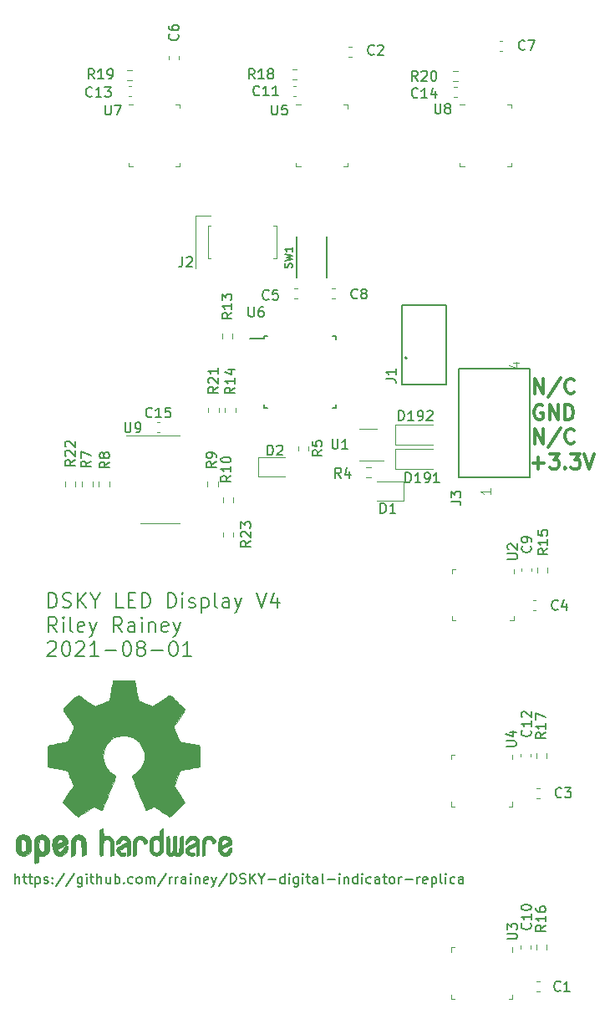
<source format=gbr>
%TF.GenerationSoftware,KiCad,Pcbnew,(5.1.8)-1*%
%TF.CreationDate,2021-07-31T20:08:40-05:00*%
%TF.ProjectId,DSKY_led_display,44534b59-5f6c-4656-945f-646973706c61,rev?*%
%TF.SameCoordinates,Original*%
%TF.FileFunction,Legend,Top*%
%TF.FilePolarity,Positive*%
%FSLAX46Y46*%
G04 Gerber Fmt 4.6, Leading zero omitted, Abs format (unit mm)*
G04 Created by KiCad (PCBNEW (5.1.8)-1) date 2021-07-31 20:08:40*
%MOMM*%
%LPD*%
G01*
G04 APERTURE LIST*
%ADD10C,0.150000*%
%ADD11C,0.300000*%
%ADD12C,0.200000*%
%ADD13C,0.120000*%
%ADD14C,0.010000*%
%ADD15C,0.127000*%
%ADD16C,0.130000*%
%ADD17C,0.100000*%
%ADD18C,0.203200*%
%ADD19C,0.015000*%
%ADD20C,0.138988*%
G04 APERTURE END LIST*
D10*
X37709523Y-121952380D02*
X37709523Y-120952380D01*
X38138095Y-121952380D02*
X38138095Y-121428571D01*
X38090476Y-121333333D01*
X37995238Y-121285714D01*
X37852380Y-121285714D01*
X37757142Y-121333333D01*
X37709523Y-121380952D01*
X38471428Y-121285714D02*
X38852380Y-121285714D01*
X38614285Y-120952380D02*
X38614285Y-121809523D01*
X38661904Y-121904761D01*
X38757142Y-121952380D01*
X38852380Y-121952380D01*
X39042857Y-121285714D02*
X39423809Y-121285714D01*
X39185714Y-120952380D02*
X39185714Y-121809523D01*
X39233333Y-121904761D01*
X39328571Y-121952380D01*
X39423809Y-121952380D01*
X39757142Y-121285714D02*
X39757142Y-122285714D01*
X39757142Y-121333333D02*
X39852380Y-121285714D01*
X40042857Y-121285714D01*
X40138095Y-121333333D01*
X40185714Y-121380952D01*
X40233333Y-121476190D01*
X40233333Y-121761904D01*
X40185714Y-121857142D01*
X40138095Y-121904761D01*
X40042857Y-121952380D01*
X39852380Y-121952380D01*
X39757142Y-121904761D01*
X40614285Y-121904761D02*
X40709523Y-121952380D01*
X40900000Y-121952380D01*
X40995238Y-121904761D01*
X41042857Y-121809523D01*
X41042857Y-121761904D01*
X40995238Y-121666666D01*
X40900000Y-121619047D01*
X40757142Y-121619047D01*
X40661904Y-121571428D01*
X40614285Y-121476190D01*
X40614285Y-121428571D01*
X40661904Y-121333333D01*
X40757142Y-121285714D01*
X40900000Y-121285714D01*
X40995238Y-121333333D01*
X41471428Y-121857142D02*
X41519047Y-121904761D01*
X41471428Y-121952380D01*
X41423809Y-121904761D01*
X41471428Y-121857142D01*
X41471428Y-121952380D01*
X41471428Y-121333333D02*
X41519047Y-121380952D01*
X41471428Y-121428571D01*
X41423809Y-121380952D01*
X41471428Y-121333333D01*
X41471428Y-121428571D01*
X42661904Y-120904761D02*
X41804761Y-122190476D01*
X43709523Y-120904761D02*
X42852380Y-122190476D01*
X44471428Y-121285714D02*
X44471428Y-122095238D01*
X44423809Y-122190476D01*
X44376190Y-122238095D01*
X44280952Y-122285714D01*
X44138095Y-122285714D01*
X44042857Y-122238095D01*
X44471428Y-121904761D02*
X44376190Y-121952380D01*
X44185714Y-121952380D01*
X44090476Y-121904761D01*
X44042857Y-121857142D01*
X43995238Y-121761904D01*
X43995238Y-121476190D01*
X44042857Y-121380952D01*
X44090476Y-121333333D01*
X44185714Y-121285714D01*
X44376190Y-121285714D01*
X44471428Y-121333333D01*
X44947619Y-121952380D02*
X44947619Y-121285714D01*
X44947619Y-120952380D02*
X44900000Y-121000000D01*
X44947619Y-121047619D01*
X44995238Y-121000000D01*
X44947619Y-120952380D01*
X44947619Y-121047619D01*
X45280952Y-121285714D02*
X45661904Y-121285714D01*
X45423809Y-120952380D02*
X45423809Y-121809523D01*
X45471428Y-121904761D01*
X45566666Y-121952380D01*
X45661904Y-121952380D01*
X45995238Y-121952380D02*
X45995238Y-120952380D01*
X46423809Y-121952380D02*
X46423809Y-121428571D01*
X46376190Y-121333333D01*
X46280952Y-121285714D01*
X46138095Y-121285714D01*
X46042857Y-121333333D01*
X45995238Y-121380952D01*
X47328571Y-121285714D02*
X47328571Y-121952380D01*
X46900000Y-121285714D02*
X46900000Y-121809523D01*
X46947619Y-121904761D01*
X47042857Y-121952380D01*
X47185714Y-121952380D01*
X47280952Y-121904761D01*
X47328571Y-121857142D01*
X47804761Y-121952380D02*
X47804761Y-120952380D01*
X47804761Y-121333333D02*
X47900000Y-121285714D01*
X48090476Y-121285714D01*
X48185714Y-121333333D01*
X48233333Y-121380952D01*
X48280952Y-121476190D01*
X48280952Y-121761904D01*
X48233333Y-121857142D01*
X48185714Y-121904761D01*
X48090476Y-121952380D01*
X47900000Y-121952380D01*
X47804761Y-121904761D01*
X48709523Y-121857142D02*
X48757142Y-121904761D01*
X48709523Y-121952380D01*
X48661904Y-121904761D01*
X48709523Y-121857142D01*
X48709523Y-121952380D01*
X49614285Y-121904761D02*
X49519047Y-121952380D01*
X49328571Y-121952380D01*
X49233333Y-121904761D01*
X49185714Y-121857142D01*
X49138095Y-121761904D01*
X49138095Y-121476190D01*
X49185714Y-121380952D01*
X49233333Y-121333333D01*
X49328571Y-121285714D01*
X49519047Y-121285714D01*
X49614285Y-121333333D01*
X50185714Y-121952380D02*
X50090476Y-121904761D01*
X50042857Y-121857142D01*
X49995238Y-121761904D01*
X49995238Y-121476190D01*
X50042857Y-121380952D01*
X50090476Y-121333333D01*
X50185714Y-121285714D01*
X50328571Y-121285714D01*
X50423809Y-121333333D01*
X50471428Y-121380952D01*
X50519047Y-121476190D01*
X50519047Y-121761904D01*
X50471428Y-121857142D01*
X50423809Y-121904761D01*
X50328571Y-121952380D01*
X50185714Y-121952380D01*
X50947619Y-121952380D02*
X50947619Y-121285714D01*
X50947619Y-121380952D02*
X50995238Y-121333333D01*
X51090476Y-121285714D01*
X51233333Y-121285714D01*
X51328571Y-121333333D01*
X51376190Y-121428571D01*
X51376190Y-121952380D01*
X51376190Y-121428571D02*
X51423809Y-121333333D01*
X51519047Y-121285714D01*
X51661904Y-121285714D01*
X51757142Y-121333333D01*
X51804761Y-121428571D01*
X51804761Y-121952380D01*
X52995238Y-120904761D02*
X52138095Y-122190476D01*
X53328571Y-121952380D02*
X53328571Y-121285714D01*
X53328571Y-121476190D02*
X53376190Y-121380952D01*
X53423809Y-121333333D01*
X53519047Y-121285714D01*
X53614285Y-121285714D01*
X53947619Y-121952380D02*
X53947619Y-121285714D01*
X53947619Y-121476190D02*
X53995238Y-121380952D01*
X54042857Y-121333333D01*
X54138095Y-121285714D01*
X54233333Y-121285714D01*
X54995238Y-121952380D02*
X54995238Y-121428571D01*
X54947619Y-121333333D01*
X54852380Y-121285714D01*
X54661904Y-121285714D01*
X54566666Y-121333333D01*
X54995238Y-121904761D02*
X54900000Y-121952380D01*
X54661904Y-121952380D01*
X54566666Y-121904761D01*
X54519047Y-121809523D01*
X54519047Y-121714285D01*
X54566666Y-121619047D01*
X54661904Y-121571428D01*
X54900000Y-121571428D01*
X54995238Y-121523809D01*
X55471428Y-121952380D02*
X55471428Y-121285714D01*
X55471428Y-120952380D02*
X55423809Y-121000000D01*
X55471428Y-121047619D01*
X55519047Y-121000000D01*
X55471428Y-120952380D01*
X55471428Y-121047619D01*
X55947619Y-121285714D02*
X55947619Y-121952380D01*
X55947619Y-121380952D02*
X55995238Y-121333333D01*
X56090476Y-121285714D01*
X56233333Y-121285714D01*
X56328571Y-121333333D01*
X56376190Y-121428571D01*
X56376190Y-121952380D01*
X57233333Y-121904761D02*
X57138095Y-121952380D01*
X56947619Y-121952380D01*
X56852380Y-121904761D01*
X56804761Y-121809523D01*
X56804761Y-121428571D01*
X56852380Y-121333333D01*
X56947619Y-121285714D01*
X57138095Y-121285714D01*
X57233333Y-121333333D01*
X57280952Y-121428571D01*
X57280952Y-121523809D01*
X56804761Y-121619047D01*
X57614285Y-121285714D02*
X57852380Y-121952380D01*
X58090476Y-121285714D02*
X57852380Y-121952380D01*
X57757142Y-122190476D01*
X57709523Y-122238095D01*
X57614285Y-122285714D01*
X59185714Y-120904761D02*
X58328571Y-122190476D01*
X59519047Y-121952380D02*
X59519047Y-120952380D01*
X59757142Y-120952380D01*
X59900000Y-121000000D01*
X59995238Y-121095238D01*
X60042857Y-121190476D01*
X60090476Y-121380952D01*
X60090476Y-121523809D01*
X60042857Y-121714285D01*
X59995238Y-121809523D01*
X59900000Y-121904761D01*
X59757142Y-121952380D01*
X59519047Y-121952380D01*
X60471428Y-121904761D02*
X60614285Y-121952380D01*
X60852380Y-121952380D01*
X60947619Y-121904761D01*
X60995238Y-121857142D01*
X61042857Y-121761904D01*
X61042857Y-121666666D01*
X60995238Y-121571428D01*
X60947619Y-121523809D01*
X60852380Y-121476190D01*
X60661904Y-121428571D01*
X60566666Y-121380952D01*
X60519047Y-121333333D01*
X60471428Y-121238095D01*
X60471428Y-121142857D01*
X60519047Y-121047619D01*
X60566666Y-121000000D01*
X60661904Y-120952380D01*
X60900000Y-120952380D01*
X61042857Y-121000000D01*
X61471428Y-121952380D02*
X61471428Y-120952380D01*
X62042857Y-121952380D02*
X61614285Y-121380952D01*
X62042857Y-120952380D02*
X61471428Y-121523809D01*
X62661904Y-121476190D02*
X62661904Y-121952380D01*
X62328571Y-120952380D02*
X62661904Y-121476190D01*
X62995238Y-120952380D01*
X63328571Y-121571428D02*
X64090476Y-121571428D01*
X64995238Y-121952380D02*
X64995238Y-120952380D01*
X64995238Y-121904761D02*
X64900000Y-121952380D01*
X64709523Y-121952380D01*
X64614285Y-121904761D01*
X64566666Y-121857142D01*
X64519047Y-121761904D01*
X64519047Y-121476190D01*
X64566666Y-121380952D01*
X64614285Y-121333333D01*
X64709523Y-121285714D01*
X64900000Y-121285714D01*
X64995238Y-121333333D01*
X65471428Y-121952380D02*
X65471428Y-121285714D01*
X65471428Y-120952380D02*
X65423809Y-121000000D01*
X65471428Y-121047619D01*
X65519047Y-121000000D01*
X65471428Y-120952380D01*
X65471428Y-121047619D01*
X66376190Y-121285714D02*
X66376190Y-122095238D01*
X66328571Y-122190476D01*
X66280952Y-122238095D01*
X66185714Y-122285714D01*
X66042857Y-122285714D01*
X65947619Y-122238095D01*
X66376190Y-121904761D02*
X66280952Y-121952380D01*
X66090476Y-121952380D01*
X65995238Y-121904761D01*
X65947619Y-121857142D01*
X65900000Y-121761904D01*
X65900000Y-121476190D01*
X65947619Y-121380952D01*
X65995238Y-121333333D01*
X66090476Y-121285714D01*
X66280952Y-121285714D01*
X66376190Y-121333333D01*
X66852380Y-121952380D02*
X66852380Y-121285714D01*
X66852380Y-120952380D02*
X66804761Y-121000000D01*
X66852380Y-121047619D01*
X66900000Y-121000000D01*
X66852380Y-120952380D01*
X66852380Y-121047619D01*
X67185714Y-121285714D02*
X67566666Y-121285714D01*
X67328571Y-120952380D02*
X67328571Y-121809523D01*
X67376190Y-121904761D01*
X67471428Y-121952380D01*
X67566666Y-121952380D01*
X68328571Y-121952380D02*
X68328571Y-121428571D01*
X68280952Y-121333333D01*
X68185714Y-121285714D01*
X67995238Y-121285714D01*
X67900000Y-121333333D01*
X68328571Y-121904761D02*
X68233333Y-121952380D01*
X67995238Y-121952380D01*
X67900000Y-121904761D01*
X67852380Y-121809523D01*
X67852380Y-121714285D01*
X67900000Y-121619047D01*
X67995238Y-121571428D01*
X68233333Y-121571428D01*
X68328571Y-121523809D01*
X68947619Y-121952380D02*
X68852380Y-121904761D01*
X68804761Y-121809523D01*
X68804761Y-120952380D01*
X69328571Y-121571428D02*
X70090476Y-121571428D01*
X70566666Y-121952380D02*
X70566666Y-121285714D01*
X70566666Y-120952380D02*
X70519047Y-121000000D01*
X70566666Y-121047619D01*
X70614285Y-121000000D01*
X70566666Y-120952380D01*
X70566666Y-121047619D01*
X71042857Y-121285714D02*
X71042857Y-121952380D01*
X71042857Y-121380952D02*
X71090476Y-121333333D01*
X71185714Y-121285714D01*
X71328571Y-121285714D01*
X71423809Y-121333333D01*
X71471428Y-121428571D01*
X71471428Y-121952380D01*
X72376190Y-121952380D02*
X72376190Y-120952380D01*
X72376190Y-121904761D02*
X72280952Y-121952380D01*
X72090476Y-121952380D01*
X71995238Y-121904761D01*
X71947619Y-121857142D01*
X71900000Y-121761904D01*
X71900000Y-121476190D01*
X71947619Y-121380952D01*
X71995238Y-121333333D01*
X72090476Y-121285714D01*
X72280952Y-121285714D01*
X72376190Y-121333333D01*
X72852380Y-121952380D02*
X72852380Y-121285714D01*
X72852380Y-120952380D02*
X72804761Y-121000000D01*
X72852380Y-121047619D01*
X72900000Y-121000000D01*
X72852380Y-120952380D01*
X72852380Y-121047619D01*
X73757142Y-121904761D02*
X73661904Y-121952380D01*
X73471428Y-121952380D01*
X73376190Y-121904761D01*
X73328571Y-121857142D01*
X73280952Y-121761904D01*
X73280952Y-121476190D01*
X73328571Y-121380952D01*
X73376190Y-121333333D01*
X73471428Y-121285714D01*
X73661904Y-121285714D01*
X73757142Y-121333333D01*
X74614285Y-121952380D02*
X74614285Y-121428571D01*
X74566666Y-121333333D01*
X74471428Y-121285714D01*
X74280952Y-121285714D01*
X74185714Y-121333333D01*
X74614285Y-121904761D02*
X74519047Y-121952380D01*
X74280952Y-121952380D01*
X74185714Y-121904761D01*
X74138095Y-121809523D01*
X74138095Y-121714285D01*
X74185714Y-121619047D01*
X74280952Y-121571428D01*
X74519047Y-121571428D01*
X74614285Y-121523809D01*
X74947619Y-121285714D02*
X75328571Y-121285714D01*
X75090476Y-120952380D02*
X75090476Y-121809523D01*
X75138095Y-121904761D01*
X75233333Y-121952380D01*
X75328571Y-121952380D01*
X75804761Y-121952380D02*
X75709523Y-121904761D01*
X75661904Y-121857142D01*
X75614285Y-121761904D01*
X75614285Y-121476190D01*
X75661904Y-121380952D01*
X75709523Y-121333333D01*
X75804761Y-121285714D01*
X75947619Y-121285714D01*
X76042857Y-121333333D01*
X76090476Y-121380952D01*
X76138095Y-121476190D01*
X76138095Y-121761904D01*
X76090476Y-121857142D01*
X76042857Y-121904761D01*
X75947619Y-121952380D01*
X75804761Y-121952380D01*
X76566666Y-121952380D02*
X76566666Y-121285714D01*
X76566666Y-121476190D02*
X76614285Y-121380952D01*
X76661904Y-121333333D01*
X76757142Y-121285714D01*
X76852380Y-121285714D01*
X77185714Y-121571428D02*
X77947619Y-121571428D01*
X78423809Y-121952380D02*
X78423809Y-121285714D01*
X78423809Y-121476190D02*
X78471428Y-121380952D01*
X78519047Y-121333333D01*
X78614285Y-121285714D01*
X78709523Y-121285714D01*
X79423809Y-121904761D02*
X79328571Y-121952380D01*
X79138095Y-121952380D01*
X79042857Y-121904761D01*
X78995238Y-121809523D01*
X78995238Y-121428571D01*
X79042857Y-121333333D01*
X79138095Y-121285714D01*
X79328571Y-121285714D01*
X79423809Y-121333333D01*
X79471428Y-121428571D01*
X79471428Y-121523809D01*
X78995238Y-121619047D01*
X79900000Y-121285714D02*
X79900000Y-122285714D01*
X79900000Y-121333333D02*
X79995238Y-121285714D01*
X80185714Y-121285714D01*
X80280952Y-121333333D01*
X80328571Y-121380952D01*
X80376190Y-121476190D01*
X80376190Y-121761904D01*
X80328571Y-121857142D01*
X80280952Y-121904761D01*
X80185714Y-121952380D01*
X79995238Y-121952380D01*
X79900000Y-121904761D01*
X80947619Y-121952380D02*
X80852380Y-121904761D01*
X80804761Y-121809523D01*
X80804761Y-120952380D01*
X81328571Y-121952380D02*
X81328571Y-121285714D01*
X81328571Y-120952380D02*
X81280952Y-121000000D01*
X81328571Y-121047619D01*
X81376190Y-121000000D01*
X81328571Y-120952380D01*
X81328571Y-121047619D01*
X82233333Y-121904761D02*
X82138095Y-121952380D01*
X81947619Y-121952380D01*
X81852380Y-121904761D01*
X81804761Y-121857142D01*
X81757142Y-121761904D01*
X81757142Y-121476190D01*
X81804761Y-121380952D01*
X81852380Y-121333333D01*
X81947619Y-121285714D01*
X82138095Y-121285714D01*
X82233333Y-121333333D01*
X83090476Y-121952380D02*
X83090476Y-121428571D01*
X83042857Y-121333333D01*
X82947619Y-121285714D01*
X82757142Y-121285714D01*
X82661904Y-121333333D01*
X83090476Y-121904761D02*
X82995238Y-121952380D01*
X82757142Y-121952380D01*
X82661904Y-121904761D01*
X82614285Y-121809523D01*
X82614285Y-121714285D01*
X82661904Y-121619047D01*
X82757142Y-121571428D01*
X82995238Y-121571428D01*
X83090476Y-121523809D01*
D11*
X90341142Y-72306571D02*
X90341142Y-70806571D01*
X91198285Y-72306571D01*
X91198285Y-70806571D01*
X92984000Y-70735142D02*
X91698285Y-72663714D01*
X94341142Y-72163714D02*
X94269714Y-72235142D01*
X94055428Y-72306571D01*
X93912571Y-72306571D01*
X93698285Y-72235142D01*
X93555428Y-72092285D01*
X93484000Y-71949428D01*
X93412571Y-71663714D01*
X93412571Y-71449428D01*
X93484000Y-71163714D01*
X93555428Y-71020857D01*
X93698285Y-70878000D01*
X93912571Y-70806571D01*
X94055428Y-70806571D01*
X94269714Y-70878000D01*
X94341142Y-70949428D01*
X90341142Y-77386571D02*
X90341142Y-75886571D01*
X91198285Y-77386571D01*
X91198285Y-75886571D01*
X92984000Y-75815142D02*
X91698285Y-77743714D01*
X94341142Y-77243714D02*
X94269714Y-77315142D01*
X94055428Y-77386571D01*
X93912571Y-77386571D01*
X93698285Y-77315142D01*
X93555428Y-77172285D01*
X93484000Y-77029428D01*
X93412571Y-76743714D01*
X93412571Y-76529428D01*
X93484000Y-76243714D01*
X93555428Y-76100857D01*
X93698285Y-75958000D01*
X93912571Y-75886571D01*
X94055428Y-75886571D01*
X94269714Y-75958000D01*
X94341142Y-76029428D01*
X91126857Y-73545000D02*
X90984000Y-73473571D01*
X90769714Y-73473571D01*
X90555428Y-73545000D01*
X90412571Y-73687857D01*
X90341142Y-73830714D01*
X90269714Y-74116428D01*
X90269714Y-74330714D01*
X90341142Y-74616428D01*
X90412571Y-74759285D01*
X90555428Y-74902142D01*
X90769714Y-74973571D01*
X90912571Y-74973571D01*
X91126857Y-74902142D01*
X91198285Y-74830714D01*
X91198285Y-74330714D01*
X90912571Y-74330714D01*
X91841142Y-74973571D02*
X91841142Y-73473571D01*
X92698285Y-74973571D01*
X92698285Y-73473571D01*
X93412571Y-74973571D02*
X93412571Y-73473571D01*
X93769714Y-73473571D01*
X93984000Y-73545000D01*
X94126857Y-73687857D01*
X94198285Y-73830714D01*
X94269714Y-74116428D01*
X94269714Y-74330714D01*
X94198285Y-74616428D01*
X94126857Y-74759285D01*
X93984000Y-74902142D01*
X93769714Y-74973571D01*
X93412571Y-74973571D01*
X90152142Y-79355142D02*
X91295000Y-79355142D01*
X90723571Y-79926571D02*
X90723571Y-78783714D01*
X91866428Y-78426571D02*
X92795000Y-78426571D01*
X92295000Y-78998000D01*
X92509285Y-78998000D01*
X92652142Y-79069428D01*
X92723571Y-79140857D01*
X92795000Y-79283714D01*
X92795000Y-79640857D01*
X92723571Y-79783714D01*
X92652142Y-79855142D01*
X92509285Y-79926571D01*
X92080714Y-79926571D01*
X91937857Y-79855142D01*
X91866428Y-79783714D01*
X93437857Y-79783714D02*
X93509285Y-79855142D01*
X93437857Y-79926571D01*
X93366428Y-79855142D01*
X93437857Y-79783714D01*
X93437857Y-79926571D01*
X94009285Y-78426571D02*
X94937857Y-78426571D01*
X94437857Y-78998000D01*
X94652142Y-78998000D01*
X94795000Y-79069428D01*
X94866428Y-79140857D01*
X94937857Y-79283714D01*
X94937857Y-79640857D01*
X94866428Y-79783714D01*
X94795000Y-79855142D01*
X94652142Y-79926571D01*
X94223571Y-79926571D01*
X94080714Y-79855142D01*
X94009285Y-79783714D01*
X95366428Y-78426571D02*
X95866428Y-79926571D01*
X96366428Y-78426571D01*
D12*
X41087142Y-94028571D02*
X41087142Y-92528571D01*
X41444285Y-92528571D01*
X41658571Y-92600000D01*
X41801428Y-92742857D01*
X41872857Y-92885714D01*
X41944285Y-93171428D01*
X41944285Y-93385714D01*
X41872857Y-93671428D01*
X41801428Y-93814285D01*
X41658571Y-93957142D01*
X41444285Y-94028571D01*
X41087142Y-94028571D01*
X42515714Y-93957142D02*
X42730000Y-94028571D01*
X43087142Y-94028571D01*
X43230000Y-93957142D01*
X43301428Y-93885714D01*
X43372857Y-93742857D01*
X43372857Y-93600000D01*
X43301428Y-93457142D01*
X43230000Y-93385714D01*
X43087142Y-93314285D01*
X42801428Y-93242857D01*
X42658571Y-93171428D01*
X42587142Y-93100000D01*
X42515714Y-92957142D01*
X42515714Y-92814285D01*
X42587142Y-92671428D01*
X42658571Y-92600000D01*
X42801428Y-92528571D01*
X43158571Y-92528571D01*
X43372857Y-92600000D01*
X44015714Y-94028571D02*
X44015714Y-92528571D01*
X44872857Y-94028571D02*
X44230000Y-93171428D01*
X44872857Y-92528571D02*
X44015714Y-93385714D01*
X45801428Y-93314285D02*
X45801428Y-94028571D01*
X45301428Y-92528571D02*
X45801428Y-93314285D01*
X46301428Y-92528571D01*
X48658571Y-94028571D02*
X47944285Y-94028571D01*
X47944285Y-92528571D01*
X49158571Y-93242857D02*
X49658571Y-93242857D01*
X49872857Y-94028571D02*
X49158571Y-94028571D01*
X49158571Y-92528571D01*
X49872857Y-92528571D01*
X50515714Y-94028571D02*
X50515714Y-92528571D01*
X50872857Y-92528571D01*
X51087142Y-92600000D01*
X51230000Y-92742857D01*
X51301428Y-92885714D01*
X51372857Y-93171428D01*
X51372857Y-93385714D01*
X51301428Y-93671428D01*
X51230000Y-93814285D01*
X51087142Y-93957142D01*
X50872857Y-94028571D01*
X50515714Y-94028571D01*
X53158571Y-94028571D02*
X53158571Y-92528571D01*
X53515714Y-92528571D01*
X53730000Y-92600000D01*
X53872857Y-92742857D01*
X53944285Y-92885714D01*
X54015714Y-93171428D01*
X54015714Y-93385714D01*
X53944285Y-93671428D01*
X53872857Y-93814285D01*
X53730000Y-93957142D01*
X53515714Y-94028571D01*
X53158571Y-94028571D01*
X54658571Y-94028571D02*
X54658571Y-93028571D01*
X54658571Y-92528571D02*
X54587142Y-92600000D01*
X54658571Y-92671428D01*
X54730000Y-92600000D01*
X54658571Y-92528571D01*
X54658571Y-92671428D01*
X55301428Y-93957142D02*
X55444285Y-94028571D01*
X55730000Y-94028571D01*
X55872857Y-93957142D01*
X55944285Y-93814285D01*
X55944285Y-93742857D01*
X55872857Y-93600000D01*
X55730000Y-93528571D01*
X55515714Y-93528571D01*
X55372857Y-93457142D01*
X55301428Y-93314285D01*
X55301428Y-93242857D01*
X55372857Y-93100000D01*
X55515714Y-93028571D01*
X55730000Y-93028571D01*
X55872857Y-93100000D01*
X56587142Y-93028571D02*
X56587142Y-94528571D01*
X56587142Y-93100000D02*
X56730000Y-93028571D01*
X57015714Y-93028571D01*
X57158571Y-93100000D01*
X57230000Y-93171428D01*
X57301428Y-93314285D01*
X57301428Y-93742857D01*
X57230000Y-93885714D01*
X57158571Y-93957142D01*
X57015714Y-94028571D01*
X56730000Y-94028571D01*
X56587142Y-93957142D01*
X58158571Y-94028571D02*
X58015714Y-93957142D01*
X57944285Y-93814285D01*
X57944285Y-92528571D01*
X59372857Y-94028571D02*
X59372857Y-93242857D01*
X59301428Y-93100000D01*
X59158571Y-93028571D01*
X58872857Y-93028571D01*
X58730000Y-93100000D01*
X59372857Y-93957142D02*
X59230000Y-94028571D01*
X58872857Y-94028571D01*
X58730000Y-93957142D01*
X58658571Y-93814285D01*
X58658571Y-93671428D01*
X58730000Y-93528571D01*
X58872857Y-93457142D01*
X59230000Y-93457142D01*
X59372857Y-93385714D01*
X59944285Y-93028571D02*
X60301428Y-94028571D01*
X60658571Y-93028571D02*
X60301428Y-94028571D01*
X60158571Y-94385714D01*
X60087142Y-94457142D01*
X59944285Y-94528571D01*
X62158571Y-92528571D02*
X62658571Y-94028571D01*
X63158571Y-92528571D01*
X64301428Y-93028571D02*
X64301428Y-94028571D01*
X63944285Y-92457142D02*
X63587142Y-93528571D01*
X64515714Y-93528571D01*
X41944285Y-96478571D02*
X41444285Y-95764285D01*
X41087142Y-96478571D02*
X41087142Y-94978571D01*
X41658571Y-94978571D01*
X41801428Y-95050000D01*
X41872857Y-95121428D01*
X41944285Y-95264285D01*
X41944285Y-95478571D01*
X41872857Y-95621428D01*
X41801428Y-95692857D01*
X41658571Y-95764285D01*
X41087142Y-95764285D01*
X42587142Y-96478571D02*
X42587142Y-95478571D01*
X42587142Y-94978571D02*
X42515714Y-95050000D01*
X42587142Y-95121428D01*
X42658571Y-95050000D01*
X42587142Y-94978571D01*
X42587142Y-95121428D01*
X43515714Y-96478571D02*
X43372857Y-96407142D01*
X43301428Y-96264285D01*
X43301428Y-94978571D01*
X44658571Y-96407142D02*
X44515714Y-96478571D01*
X44230000Y-96478571D01*
X44087142Y-96407142D01*
X44015714Y-96264285D01*
X44015714Y-95692857D01*
X44087142Y-95550000D01*
X44230000Y-95478571D01*
X44515714Y-95478571D01*
X44658571Y-95550000D01*
X44730000Y-95692857D01*
X44730000Y-95835714D01*
X44015714Y-95978571D01*
X45230000Y-95478571D02*
X45587142Y-96478571D01*
X45944285Y-95478571D02*
X45587142Y-96478571D01*
X45444285Y-96835714D01*
X45372857Y-96907142D01*
X45230000Y-96978571D01*
X48515714Y-96478571D02*
X48015714Y-95764285D01*
X47658571Y-96478571D02*
X47658571Y-94978571D01*
X48230000Y-94978571D01*
X48372857Y-95050000D01*
X48444285Y-95121428D01*
X48515714Y-95264285D01*
X48515714Y-95478571D01*
X48444285Y-95621428D01*
X48372857Y-95692857D01*
X48230000Y-95764285D01*
X47658571Y-95764285D01*
X49801428Y-96478571D02*
X49801428Y-95692857D01*
X49730000Y-95550000D01*
X49587142Y-95478571D01*
X49301428Y-95478571D01*
X49158571Y-95550000D01*
X49801428Y-96407142D02*
X49658571Y-96478571D01*
X49301428Y-96478571D01*
X49158571Y-96407142D01*
X49087142Y-96264285D01*
X49087142Y-96121428D01*
X49158571Y-95978571D01*
X49301428Y-95907142D01*
X49658571Y-95907142D01*
X49801428Y-95835714D01*
X50515714Y-96478571D02*
X50515714Y-95478571D01*
X50515714Y-94978571D02*
X50444285Y-95050000D01*
X50515714Y-95121428D01*
X50587142Y-95050000D01*
X50515714Y-94978571D01*
X50515714Y-95121428D01*
X51230000Y-95478571D02*
X51230000Y-96478571D01*
X51230000Y-95621428D02*
X51301428Y-95550000D01*
X51444285Y-95478571D01*
X51658571Y-95478571D01*
X51801428Y-95550000D01*
X51872857Y-95692857D01*
X51872857Y-96478571D01*
X53158571Y-96407142D02*
X53015714Y-96478571D01*
X52730000Y-96478571D01*
X52587142Y-96407142D01*
X52515714Y-96264285D01*
X52515714Y-95692857D01*
X52587142Y-95550000D01*
X52730000Y-95478571D01*
X53015714Y-95478571D01*
X53158571Y-95550000D01*
X53230000Y-95692857D01*
X53230000Y-95835714D01*
X52515714Y-95978571D01*
X53730000Y-95478571D02*
X54087142Y-96478571D01*
X54444285Y-95478571D02*
X54087142Y-96478571D01*
X53944285Y-96835714D01*
X53872857Y-96907142D01*
X53730000Y-96978571D01*
X41015714Y-97571428D02*
X41087142Y-97500000D01*
X41230000Y-97428571D01*
X41587142Y-97428571D01*
X41730000Y-97500000D01*
X41801428Y-97571428D01*
X41872857Y-97714285D01*
X41872857Y-97857142D01*
X41801428Y-98071428D01*
X40944285Y-98928571D01*
X41872857Y-98928571D01*
X42801428Y-97428571D02*
X42944285Y-97428571D01*
X43087142Y-97500000D01*
X43158571Y-97571428D01*
X43230000Y-97714285D01*
X43301428Y-98000000D01*
X43301428Y-98357142D01*
X43230000Y-98642857D01*
X43158571Y-98785714D01*
X43087142Y-98857142D01*
X42944285Y-98928571D01*
X42801428Y-98928571D01*
X42658571Y-98857142D01*
X42587142Y-98785714D01*
X42515714Y-98642857D01*
X42444285Y-98357142D01*
X42444285Y-98000000D01*
X42515714Y-97714285D01*
X42587142Y-97571428D01*
X42658571Y-97500000D01*
X42801428Y-97428571D01*
X43872857Y-97571428D02*
X43944285Y-97500000D01*
X44087142Y-97428571D01*
X44444285Y-97428571D01*
X44587142Y-97500000D01*
X44658571Y-97571428D01*
X44730000Y-97714285D01*
X44730000Y-97857142D01*
X44658571Y-98071428D01*
X43801428Y-98928571D01*
X44730000Y-98928571D01*
X46158571Y-98928571D02*
X45301428Y-98928571D01*
X45730000Y-98928571D02*
X45730000Y-97428571D01*
X45587142Y-97642857D01*
X45444285Y-97785714D01*
X45301428Y-97857142D01*
X46801428Y-98357142D02*
X47944285Y-98357142D01*
X48944285Y-97428571D02*
X49087142Y-97428571D01*
X49230000Y-97500000D01*
X49301428Y-97571428D01*
X49372857Y-97714285D01*
X49444285Y-98000000D01*
X49444285Y-98357142D01*
X49372857Y-98642857D01*
X49301428Y-98785714D01*
X49230000Y-98857142D01*
X49087142Y-98928571D01*
X48944285Y-98928571D01*
X48801428Y-98857142D01*
X48730000Y-98785714D01*
X48658571Y-98642857D01*
X48587142Y-98357142D01*
X48587142Y-98000000D01*
X48658571Y-97714285D01*
X48730000Y-97571428D01*
X48801428Y-97500000D01*
X48944285Y-97428571D01*
X50301428Y-98071428D02*
X50158571Y-98000000D01*
X50087142Y-97928571D01*
X50015714Y-97785714D01*
X50015714Y-97714285D01*
X50087142Y-97571428D01*
X50158571Y-97500000D01*
X50301428Y-97428571D01*
X50587142Y-97428571D01*
X50730000Y-97500000D01*
X50801428Y-97571428D01*
X50872857Y-97714285D01*
X50872857Y-97785714D01*
X50801428Y-97928571D01*
X50730000Y-98000000D01*
X50587142Y-98071428D01*
X50301428Y-98071428D01*
X50158571Y-98142857D01*
X50087142Y-98214285D01*
X50015714Y-98357142D01*
X50015714Y-98642857D01*
X50087142Y-98785714D01*
X50158571Y-98857142D01*
X50301428Y-98928571D01*
X50587142Y-98928571D01*
X50730000Y-98857142D01*
X50801428Y-98785714D01*
X50872857Y-98642857D01*
X50872857Y-98357142D01*
X50801428Y-98214285D01*
X50730000Y-98142857D01*
X50587142Y-98071428D01*
X51515714Y-98357142D02*
X52658571Y-98357142D01*
X53658571Y-97428571D02*
X53801428Y-97428571D01*
X53944285Y-97500000D01*
X54015714Y-97571428D01*
X54087142Y-97714285D01*
X54158571Y-98000000D01*
X54158571Y-98357142D01*
X54087142Y-98642857D01*
X54015714Y-98785714D01*
X53944285Y-98857142D01*
X53801428Y-98928571D01*
X53658571Y-98928571D01*
X53515714Y-98857142D01*
X53444285Y-98785714D01*
X53372857Y-98642857D01*
X53301428Y-98357142D01*
X53301428Y-98000000D01*
X53372857Y-97714285D01*
X53444285Y-97571428D01*
X53515714Y-97500000D01*
X53658571Y-97428571D01*
X55587142Y-98928571D02*
X54730000Y-98928571D01*
X55158571Y-98928571D02*
X55158571Y-97428571D01*
X55015714Y-97642857D01*
X54872857Y-97785714D01*
X54730000Y-97857142D01*
D13*
%TO.C,R23*%
X59822500Y-86837258D02*
X59822500Y-86362742D01*
X58777500Y-86837258D02*
X58777500Y-86362742D01*
%TO.C,R22*%
X43822500Y-81737258D02*
X43822500Y-81262742D01*
X42777500Y-81737258D02*
X42777500Y-81262742D01*
%TO.C,R21*%
X58322500Y-73762742D02*
X58322500Y-74237258D01*
X57277500Y-73762742D02*
X57277500Y-74237258D01*
%TO.C,R14*%
X60022500Y-73762742D02*
X60022500Y-74237258D01*
X58977500Y-73762742D02*
X58977500Y-74237258D01*
%TO.C,R13*%
X59722500Y-66262742D02*
X59722500Y-66737258D01*
X58677500Y-66262742D02*
X58677500Y-66737258D01*
%TO.C,U9*%
X52375000Y-76605000D02*
X48925000Y-76605000D01*
X52375000Y-76605000D02*
X54325000Y-76605000D01*
X52375000Y-85475000D02*
X50425000Y-85475000D01*
X52375000Y-85475000D02*
X54325000Y-85475000D01*
D14*
%TO.C,REF\u002A\u002A*%
G36*
X40653166Y-117036506D02*
G01*
X40839084Y-117129204D01*
X41003180Y-117299885D01*
X41048372Y-117363107D01*
X41097604Y-117445834D01*
X41129547Y-117535687D01*
X41147822Y-117655608D01*
X41156048Y-117828537D01*
X41157855Y-118056835D01*
X41149697Y-118369693D01*
X41121341Y-118604598D01*
X41066962Y-118779847D01*
X40980737Y-118913738D01*
X40856841Y-119024569D01*
X40847737Y-119031131D01*
X40725634Y-119098256D01*
X40578600Y-119131467D01*
X40391604Y-119139655D01*
X40087613Y-119139655D01*
X40087485Y-119434762D01*
X40084656Y-119599117D01*
X40067418Y-119695523D01*
X40022370Y-119753343D01*
X39936114Y-119801941D01*
X39915399Y-119811869D01*
X39818462Y-119858398D01*
X39743407Y-119887786D01*
X39687598Y-119890324D01*
X39648397Y-119856302D01*
X39623168Y-119776012D01*
X39609272Y-119639743D01*
X39604073Y-119437787D01*
X39604934Y-119160434D01*
X39609216Y-118797976D01*
X39610553Y-118689560D01*
X39615371Y-118315837D01*
X39619687Y-118071369D01*
X40087357Y-118071369D01*
X40089985Y-118278877D01*
X40101667Y-118414645D01*
X40128097Y-118504192D01*
X40174969Y-118573039D01*
X40206793Y-118606618D01*
X40336892Y-118704869D01*
X40452079Y-118712866D01*
X40570934Y-118631730D01*
X40573947Y-118628736D01*
X40622305Y-118566030D01*
X40651722Y-118480808D01*
X40666560Y-118349564D01*
X40671181Y-118148793D01*
X40671265Y-118104314D01*
X40660098Y-117827639D01*
X40623747Y-117635842D01*
X40557941Y-117518757D01*
X40458407Y-117466215D01*
X40400881Y-117460920D01*
X40264351Y-117485767D01*
X40170702Y-117567581D01*
X40114330Y-117717270D01*
X40089633Y-117945743D01*
X40087357Y-118071369D01*
X39619687Y-118071369D01*
X39620478Y-118026587D01*
X39627078Y-117808970D01*
X39636377Y-117650146D01*
X39649577Y-117537274D01*
X39667885Y-117457513D01*
X39692503Y-117398023D01*
X39724637Y-117345963D01*
X39738415Y-117326373D01*
X39921188Y-117141328D01*
X40152276Y-117036412D01*
X40419590Y-117007163D01*
X40653166Y-117036506D01*
G37*
X40653166Y-117036506D02*
X40839084Y-117129204D01*
X41003180Y-117299885D01*
X41048372Y-117363107D01*
X41097604Y-117445834D01*
X41129547Y-117535687D01*
X41147822Y-117655608D01*
X41156048Y-117828537D01*
X41157855Y-118056835D01*
X41149697Y-118369693D01*
X41121341Y-118604598D01*
X41066962Y-118779847D01*
X40980737Y-118913738D01*
X40856841Y-119024569D01*
X40847737Y-119031131D01*
X40725634Y-119098256D01*
X40578600Y-119131467D01*
X40391604Y-119139655D01*
X40087613Y-119139655D01*
X40087485Y-119434762D01*
X40084656Y-119599117D01*
X40067418Y-119695523D01*
X40022370Y-119753343D01*
X39936114Y-119801941D01*
X39915399Y-119811869D01*
X39818462Y-119858398D01*
X39743407Y-119887786D01*
X39687598Y-119890324D01*
X39648397Y-119856302D01*
X39623168Y-119776012D01*
X39609272Y-119639743D01*
X39604073Y-119437787D01*
X39604934Y-119160434D01*
X39609216Y-118797976D01*
X39610553Y-118689560D01*
X39615371Y-118315837D01*
X39619687Y-118071369D01*
X40087357Y-118071369D01*
X40089985Y-118278877D01*
X40101667Y-118414645D01*
X40128097Y-118504192D01*
X40174969Y-118573039D01*
X40206793Y-118606618D01*
X40336892Y-118704869D01*
X40452079Y-118712866D01*
X40570934Y-118631730D01*
X40573947Y-118628736D01*
X40622305Y-118566030D01*
X40651722Y-118480808D01*
X40666560Y-118349564D01*
X40671181Y-118148793D01*
X40671265Y-118104314D01*
X40660098Y-117827639D01*
X40623747Y-117635842D01*
X40557941Y-117518757D01*
X40458407Y-117466215D01*
X40400881Y-117460920D01*
X40264351Y-117485767D01*
X40170702Y-117567581D01*
X40114330Y-117717270D01*
X40089633Y-117945743D01*
X40087357Y-118071369D01*
X39619687Y-118071369D01*
X39620478Y-118026587D01*
X39627078Y-117808970D01*
X39636377Y-117650146D01*
X39649577Y-117537274D01*
X39667885Y-117457513D01*
X39692503Y-117398023D01*
X39724637Y-117345963D01*
X39738415Y-117326373D01*
X39921188Y-117141328D01*
X40152276Y-117036412D01*
X40419590Y-117007163D01*
X40653166Y-117036506D01*
G36*
X44395716Y-117062865D02*
G01*
X44551872Y-117153190D01*
X44660441Y-117242845D01*
X44739845Y-117336776D01*
X44794546Y-117451646D01*
X44829010Y-117604114D01*
X44847701Y-117810844D01*
X44855081Y-118088496D01*
X44855939Y-118288086D01*
X44855939Y-119022766D01*
X44649138Y-119115472D01*
X44442338Y-119208179D01*
X44418008Y-118403492D01*
X44407955Y-118102966D01*
X44397409Y-117884835D01*
X44384343Y-117734186D01*
X44366729Y-117636107D01*
X44342539Y-117575688D01*
X44309746Y-117538016D01*
X44299225Y-117529862D01*
X44139813Y-117466178D01*
X43978679Y-117491378D01*
X43882759Y-117558238D01*
X43843741Y-117605616D01*
X43816733Y-117667787D01*
X43799568Y-117762039D01*
X43790082Y-117905657D01*
X43786107Y-118115931D01*
X43785441Y-118335070D01*
X43785310Y-118609999D01*
X43780603Y-118804602D01*
X43764846Y-118935851D01*
X43731567Y-119020718D01*
X43674293Y-119076177D01*
X43586553Y-119119201D01*
X43469362Y-119163907D01*
X43341368Y-119212571D01*
X43356604Y-118348910D01*
X43362739Y-118037565D01*
X43369918Y-117807483D01*
X43380205Y-117642614D01*
X43395670Y-117526909D01*
X43418379Y-117444316D01*
X43450399Y-117378788D01*
X43489003Y-117320974D01*
X43675253Y-117136283D01*
X43902521Y-117029481D01*
X44149709Y-117003898D01*
X44395716Y-117062865D01*
G37*
X44395716Y-117062865D02*
X44551872Y-117153190D01*
X44660441Y-117242845D01*
X44739845Y-117336776D01*
X44794546Y-117451646D01*
X44829010Y-117604114D01*
X44847701Y-117810844D01*
X44855081Y-118088496D01*
X44855939Y-118288086D01*
X44855939Y-119022766D01*
X44649138Y-119115472D01*
X44442338Y-119208179D01*
X44418008Y-118403492D01*
X44407955Y-118102966D01*
X44397409Y-117884835D01*
X44384343Y-117734186D01*
X44366729Y-117636107D01*
X44342539Y-117575688D01*
X44309746Y-117538016D01*
X44299225Y-117529862D01*
X44139813Y-117466178D01*
X43978679Y-117491378D01*
X43882759Y-117558238D01*
X43843741Y-117605616D01*
X43816733Y-117667787D01*
X43799568Y-117762039D01*
X43790082Y-117905657D01*
X43786107Y-118115931D01*
X43785441Y-118335070D01*
X43785310Y-118609999D01*
X43780603Y-118804602D01*
X43764846Y-118935851D01*
X43731567Y-119020718D01*
X43674293Y-119076177D01*
X43586553Y-119119201D01*
X43469362Y-119163907D01*
X43341368Y-119212571D01*
X43356604Y-118348910D01*
X43362739Y-118037565D01*
X43369918Y-117807483D01*
X43380205Y-117642614D01*
X43395670Y-117526909D01*
X43418379Y-117444316D01*
X43450399Y-117378788D01*
X43489003Y-117320974D01*
X43675253Y-117136283D01*
X43902521Y-117029481D01*
X44149709Y-117003898D01*
X44395716Y-117062865D01*
G36*
X38780368Y-117043358D02*
G01*
X39008436Y-117163280D01*
X39176752Y-117356278D01*
X39236541Y-117480355D01*
X39283066Y-117666653D01*
X39306882Y-117902045D01*
X39309140Y-118158952D01*
X39290992Y-118409799D01*
X39253589Y-118627009D01*
X39198084Y-118783005D01*
X39181025Y-118809871D01*
X38978970Y-119010415D01*
X38738978Y-119130529D01*
X38478566Y-119165680D01*
X38215247Y-119111337D01*
X38141967Y-119078756D01*
X37999261Y-118978353D01*
X37874014Y-118845225D01*
X37862177Y-118828341D01*
X37814065Y-118746969D01*
X37782262Y-118659984D01*
X37763474Y-118545475D01*
X37754408Y-118381530D01*
X37751771Y-118146240D01*
X37751725Y-118093487D01*
X37751846Y-118076699D01*
X38238315Y-118076699D01*
X38241146Y-118298761D01*
X38252288Y-118446123D01*
X38275709Y-118541308D01*
X38315381Y-118606837D01*
X38335633Y-118628736D01*
X38452060Y-118711953D01*
X38565098Y-118708158D01*
X38679391Y-118635973D01*
X38747559Y-118558911D01*
X38787930Y-118446429D01*
X38810602Y-118269055D01*
X38812157Y-118248367D01*
X38816027Y-117926911D01*
X38775583Y-117688167D01*
X38691374Y-117533600D01*
X38563947Y-117464678D01*
X38518460Y-117460920D01*
X38399019Y-117479821D01*
X38317317Y-117545306D01*
X38267363Y-117670544D01*
X38243166Y-117868704D01*
X38238315Y-118076699D01*
X37751846Y-118076699D01*
X37753537Y-117842765D01*
X37761147Y-117667582D01*
X37777814Y-117546191D01*
X37806799Y-117456847D01*
X37851360Y-117377803D01*
X37861207Y-117363107D01*
X38026720Y-117165011D01*
X38207070Y-117050014D01*
X38426635Y-117004365D01*
X38501195Y-117002135D01*
X38780368Y-117043358D01*
G37*
X38780368Y-117043358D02*
X39008436Y-117163280D01*
X39176752Y-117356278D01*
X39236541Y-117480355D01*
X39283066Y-117666653D01*
X39306882Y-117902045D01*
X39309140Y-118158952D01*
X39290992Y-118409799D01*
X39253589Y-118627009D01*
X39198084Y-118783005D01*
X39181025Y-118809871D01*
X38978970Y-119010415D01*
X38738978Y-119130529D01*
X38478566Y-119165680D01*
X38215247Y-119111337D01*
X38141967Y-119078756D01*
X37999261Y-118978353D01*
X37874014Y-118845225D01*
X37862177Y-118828341D01*
X37814065Y-118746969D01*
X37782262Y-118659984D01*
X37763474Y-118545475D01*
X37754408Y-118381530D01*
X37751771Y-118146240D01*
X37751725Y-118093487D01*
X37751846Y-118076699D01*
X38238315Y-118076699D01*
X38241146Y-118298761D01*
X38252288Y-118446123D01*
X38275709Y-118541308D01*
X38315381Y-118606837D01*
X38335633Y-118628736D01*
X38452060Y-118711953D01*
X38565098Y-118708158D01*
X38679391Y-118635973D01*
X38747559Y-118558911D01*
X38787930Y-118446429D01*
X38810602Y-118269055D01*
X38812157Y-118248367D01*
X38816027Y-117926911D01*
X38775583Y-117688167D01*
X38691374Y-117533600D01*
X38563947Y-117464678D01*
X38518460Y-117460920D01*
X38399019Y-117479821D01*
X38317317Y-117545306D01*
X38267363Y-117670544D01*
X38243166Y-117868704D01*
X38238315Y-118076699D01*
X37751846Y-118076699D01*
X37753537Y-117842765D01*
X37761147Y-117667582D01*
X37777814Y-117546191D01*
X37806799Y-117456847D01*
X37851360Y-117377803D01*
X37861207Y-117363107D01*
X38026720Y-117165011D01*
X38207070Y-117050014D01*
X38426635Y-117004365D01*
X38501195Y-117002135D01*
X38780368Y-117043358D01*
G36*
X42559253Y-117074461D02*
G01*
X42751097Y-117203519D01*
X42899352Y-117389915D01*
X42987916Y-117627109D01*
X43005828Y-117801691D01*
X43003794Y-117874544D01*
X42986760Y-117930324D01*
X42939936Y-117980298D01*
X42848527Y-118035733D01*
X42697742Y-118107896D01*
X42472787Y-118208055D01*
X42471648Y-118208558D01*
X42264585Y-118303396D01*
X42094788Y-118387609D01*
X41979612Y-118452133D01*
X41936410Y-118487900D01*
X41936399Y-118488188D01*
X41974475Y-118566074D01*
X42063516Y-118651924D01*
X42165737Y-118713769D01*
X42217526Y-118726054D01*
X42358816Y-118683564D01*
X42480488Y-118577152D01*
X42539855Y-118460156D01*
X42596967Y-118373905D01*
X42708839Y-118275681D01*
X42840346Y-118190827D01*
X42956368Y-118144681D01*
X42980629Y-118142146D01*
X43007938Y-118183868D01*
X43009584Y-118290519D01*
X42989514Y-118434321D01*
X42951678Y-118587501D01*
X42900023Y-118722283D01*
X42897414Y-118727516D01*
X42741969Y-118944557D01*
X42540507Y-119092185D01*
X42311712Y-119164644D01*
X42074267Y-119156177D01*
X41846854Y-119061027D01*
X41836743Y-119054337D01*
X41657850Y-118892211D01*
X41540220Y-118680682D01*
X41475123Y-118402543D01*
X41466387Y-118324398D01*
X41450914Y-117955549D01*
X41469463Y-117783541D01*
X41936399Y-117783541D01*
X41942466Y-117890838D01*
X41975649Y-117922152D01*
X42058377Y-117898725D01*
X42188779Y-117843348D01*
X42334543Y-117773932D01*
X42338166Y-117772094D01*
X42461717Y-117707108D01*
X42511303Y-117663740D01*
X42499075Y-117618275D01*
X42447588Y-117558536D01*
X42316601Y-117472085D01*
X42175538Y-117465733D01*
X42049005Y-117528649D01*
X41961608Y-117650003D01*
X41936399Y-117783541D01*
X41469463Y-117783541D01*
X41482740Y-117660435D01*
X41564391Y-117426382D01*
X41678061Y-117262413D01*
X41883225Y-117096716D01*
X42109214Y-117014519D01*
X42339925Y-117009281D01*
X42559253Y-117074461D01*
G37*
X42559253Y-117074461D02*
X42751097Y-117203519D01*
X42899352Y-117389915D01*
X42987916Y-117627109D01*
X43005828Y-117801691D01*
X43003794Y-117874544D01*
X42986760Y-117930324D01*
X42939936Y-117980298D01*
X42848527Y-118035733D01*
X42697742Y-118107896D01*
X42472787Y-118208055D01*
X42471648Y-118208558D01*
X42264585Y-118303396D01*
X42094788Y-118387609D01*
X41979612Y-118452133D01*
X41936410Y-118487900D01*
X41936399Y-118488188D01*
X41974475Y-118566074D01*
X42063516Y-118651924D01*
X42165737Y-118713769D01*
X42217526Y-118726054D01*
X42358816Y-118683564D01*
X42480488Y-118577152D01*
X42539855Y-118460156D01*
X42596967Y-118373905D01*
X42708839Y-118275681D01*
X42840346Y-118190827D01*
X42956368Y-118144681D01*
X42980629Y-118142146D01*
X43007938Y-118183868D01*
X43009584Y-118290519D01*
X42989514Y-118434321D01*
X42951678Y-118587501D01*
X42900023Y-118722283D01*
X42897414Y-118727516D01*
X42741969Y-118944557D01*
X42540507Y-119092185D01*
X42311712Y-119164644D01*
X42074267Y-119156177D01*
X41846854Y-119061027D01*
X41836743Y-119054337D01*
X41657850Y-118892211D01*
X41540220Y-118680682D01*
X41475123Y-118402543D01*
X41466387Y-118324398D01*
X41450914Y-117955549D01*
X41469463Y-117783541D01*
X41936399Y-117783541D01*
X41942466Y-117890838D01*
X41975649Y-117922152D01*
X42058377Y-117898725D01*
X42188779Y-117843348D01*
X42334543Y-117773932D01*
X42338166Y-117772094D01*
X42461717Y-117707108D01*
X42511303Y-117663740D01*
X42499075Y-117618275D01*
X42447588Y-117558536D01*
X42316601Y-117472085D01*
X42175538Y-117465733D01*
X42049005Y-117528649D01*
X41961608Y-117650003D01*
X41936399Y-117783541D01*
X41469463Y-117783541D01*
X41482740Y-117660435D01*
X41564391Y-117426382D01*
X41678061Y-117262413D01*
X41883225Y-117096716D01*
X42109214Y-117014519D01*
X42339925Y-117009281D01*
X42559253Y-117074461D01*
G36*
X46607663Y-116806429D02*
G01*
X46621923Y-117005313D01*
X46638302Y-117122511D01*
X46660998Y-117173632D01*
X46694212Y-117174286D01*
X46704981Y-117168183D01*
X46848233Y-117123997D01*
X47034575Y-117126577D01*
X47224024Y-117171999D01*
X47342517Y-117230759D01*
X47464009Y-117324631D01*
X47552823Y-117430865D01*
X47613792Y-117565850D01*
X47651750Y-117745976D01*
X47671532Y-117987633D01*
X47677970Y-118307211D01*
X47678086Y-118368516D01*
X47678161Y-119057147D01*
X47524923Y-119110566D01*
X47416087Y-119146908D01*
X47356374Y-119163828D01*
X47354617Y-119163985D01*
X47348736Y-119118100D01*
X47343732Y-118991539D01*
X47339984Y-118800941D01*
X47337873Y-118562948D01*
X47337548Y-118418252D01*
X47336871Y-118132955D01*
X47333386Y-117928480D01*
X47324912Y-117788334D01*
X47309266Y-117696023D01*
X47284269Y-117635053D01*
X47247738Y-117588931D01*
X47224929Y-117566720D01*
X47068249Y-117477214D01*
X46897274Y-117470511D01*
X46742150Y-117546208D01*
X46713463Y-117573539D01*
X46671387Y-117624929D01*
X46642201Y-117685886D01*
X46623571Y-117774025D01*
X46613161Y-117906961D01*
X46608637Y-118102309D01*
X46607663Y-118371652D01*
X46607663Y-119057147D01*
X46454425Y-119110566D01*
X46345589Y-119146908D01*
X46285876Y-119163828D01*
X46284119Y-119163985D01*
X46279625Y-119117414D01*
X46275575Y-118986051D01*
X46272130Y-118782422D01*
X46269453Y-118519054D01*
X46267706Y-118208471D01*
X46267051Y-117863201D01*
X46267050Y-117847843D01*
X46267050Y-116531701D01*
X46583334Y-116398289D01*
X46607663Y-116806429D01*
G37*
X46607663Y-116806429D02*
X46621923Y-117005313D01*
X46638302Y-117122511D01*
X46660998Y-117173632D01*
X46694212Y-117174286D01*
X46704981Y-117168183D01*
X46848233Y-117123997D01*
X47034575Y-117126577D01*
X47224024Y-117171999D01*
X47342517Y-117230759D01*
X47464009Y-117324631D01*
X47552823Y-117430865D01*
X47613792Y-117565850D01*
X47651750Y-117745976D01*
X47671532Y-117987633D01*
X47677970Y-118307211D01*
X47678086Y-118368516D01*
X47678161Y-119057147D01*
X47524923Y-119110566D01*
X47416087Y-119146908D01*
X47356374Y-119163828D01*
X47354617Y-119163985D01*
X47348736Y-119118100D01*
X47343732Y-118991539D01*
X47339984Y-118800941D01*
X47337873Y-118562948D01*
X47337548Y-118418252D01*
X47336871Y-118132955D01*
X47333386Y-117928480D01*
X47324912Y-117788334D01*
X47309266Y-117696023D01*
X47284269Y-117635053D01*
X47247738Y-117588931D01*
X47224929Y-117566720D01*
X47068249Y-117477214D01*
X46897274Y-117470511D01*
X46742150Y-117546208D01*
X46713463Y-117573539D01*
X46671387Y-117624929D01*
X46642201Y-117685886D01*
X46623571Y-117774025D01*
X46613161Y-117906961D01*
X46608637Y-118102309D01*
X46607663Y-118371652D01*
X46607663Y-119057147D01*
X46454425Y-119110566D01*
X46345589Y-119146908D01*
X46285876Y-119163828D01*
X46284119Y-119163985D01*
X46279625Y-119117414D01*
X46275575Y-118986051D01*
X46272130Y-118782422D01*
X46269453Y-118519054D01*
X46267706Y-118208471D01*
X46267051Y-117863201D01*
X46267050Y-117847843D01*
X46267050Y-116531701D01*
X46583334Y-116398289D01*
X46607663Y-116806429D01*
G36*
X48833241Y-117140601D02*
G01*
X49023905Y-117211403D01*
X49026086Y-117212764D01*
X49144006Y-117299550D01*
X49231060Y-117400973D01*
X49292286Y-117533145D01*
X49332723Y-117712182D01*
X49357409Y-117954195D01*
X49371382Y-118275299D01*
X49372607Y-118321048D01*
X49390200Y-119010869D01*
X49242152Y-119087427D01*
X49135030Y-119139163D01*
X49070351Y-119163678D01*
X49067359Y-119163985D01*
X49056166Y-119118751D01*
X49047275Y-118996736D01*
X49041806Y-118818468D01*
X49040613Y-118674116D01*
X49040586Y-118440271D01*
X49029896Y-118293419D01*
X48992633Y-118223376D01*
X48912888Y-118219958D01*
X48774749Y-118272983D01*
X48566188Y-118370454D01*
X48412829Y-118451409D01*
X48333952Y-118521644D01*
X48310764Y-118598194D01*
X48310728Y-118601982D01*
X48348993Y-118733852D01*
X48462283Y-118805091D01*
X48635664Y-118815410D01*
X48760550Y-118813620D01*
X48826399Y-118849589D01*
X48867464Y-118935985D01*
X48891099Y-119046054D01*
X48857039Y-119108508D01*
X48844214Y-119117446D01*
X48723472Y-119153343D01*
X48554388Y-119158426D01*
X48380261Y-119134631D01*
X48256876Y-119091147D01*
X48086287Y-118946309D01*
X47989319Y-118744694D01*
X47970115Y-118587180D01*
X47984770Y-118445104D01*
X48037801Y-118329127D01*
X48142806Y-118226121D01*
X48313386Y-118122954D01*
X48563138Y-118006496D01*
X48578353Y-117999914D01*
X48803329Y-117895981D01*
X48942157Y-117810743D01*
X49001662Y-117734147D01*
X48988672Y-117656139D01*
X48910012Y-117566664D01*
X48886490Y-117546073D01*
X48728933Y-117466236D01*
X48565677Y-117469597D01*
X48423495Y-117547874D01*
X48329160Y-117692781D01*
X48320395Y-117721224D01*
X48235038Y-117859174D01*
X48126729Y-117925620D01*
X47970115Y-117991471D01*
X47970115Y-117821097D01*
X48017756Y-117573454D01*
X48159159Y-117346307D01*
X48232742Y-117270318D01*
X48400009Y-117172790D01*
X48612726Y-117128640D01*
X48833241Y-117140601D01*
G37*
X48833241Y-117140601D02*
X49023905Y-117211403D01*
X49026086Y-117212764D01*
X49144006Y-117299550D01*
X49231060Y-117400973D01*
X49292286Y-117533145D01*
X49332723Y-117712182D01*
X49357409Y-117954195D01*
X49371382Y-118275299D01*
X49372607Y-118321048D01*
X49390200Y-119010869D01*
X49242152Y-119087427D01*
X49135030Y-119139163D01*
X49070351Y-119163678D01*
X49067359Y-119163985D01*
X49056166Y-119118751D01*
X49047275Y-118996736D01*
X49041806Y-118818468D01*
X49040613Y-118674116D01*
X49040586Y-118440271D01*
X49029896Y-118293419D01*
X48992633Y-118223376D01*
X48912888Y-118219958D01*
X48774749Y-118272983D01*
X48566188Y-118370454D01*
X48412829Y-118451409D01*
X48333952Y-118521644D01*
X48310764Y-118598194D01*
X48310728Y-118601982D01*
X48348993Y-118733852D01*
X48462283Y-118805091D01*
X48635664Y-118815410D01*
X48760550Y-118813620D01*
X48826399Y-118849589D01*
X48867464Y-118935985D01*
X48891099Y-119046054D01*
X48857039Y-119108508D01*
X48844214Y-119117446D01*
X48723472Y-119153343D01*
X48554388Y-119158426D01*
X48380261Y-119134631D01*
X48256876Y-119091147D01*
X48086287Y-118946309D01*
X47989319Y-118744694D01*
X47970115Y-118587180D01*
X47984770Y-118445104D01*
X48037801Y-118329127D01*
X48142806Y-118226121D01*
X48313386Y-118122954D01*
X48563138Y-118006496D01*
X48578353Y-117999914D01*
X48803329Y-117895981D01*
X48942157Y-117810743D01*
X49001662Y-117734147D01*
X48988672Y-117656139D01*
X48910012Y-117566664D01*
X48886490Y-117546073D01*
X48728933Y-117466236D01*
X48565677Y-117469597D01*
X48423495Y-117547874D01*
X48329160Y-117692781D01*
X48320395Y-117721224D01*
X48235038Y-117859174D01*
X48126729Y-117925620D01*
X47970115Y-117991471D01*
X47970115Y-117821097D01*
X48017756Y-117573454D01*
X48159159Y-117346307D01*
X48232742Y-117270318D01*
X48400009Y-117172790D01*
X48612726Y-117128640D01*
X48833241Y-117140601D01*
G36*
X50476572Y-117136534D02*
G01*
X50697609Y-117218099D01*
X50876683Y-117362366D01*
X50946720Y-117463920D01*
X51023071Y-117650268D01*
X51021485Y-117785010D01*
X50941347Y-117875631D01*
X50911696Y-117891040D01*
X50783674Y-117939084D01*
X50718294Y-117926776D01*
X50696148Y-117846098D01*
X50695020Y-117801533D01*
X50654477Y-117637581D01*
X50548802Y-117522891D01*
X50401924Y-117467497D01*
X50237773Y-117481435D01*
X50104337Y-117553827D01*
X50059269Y-117595120D01*
X50027323Y-117645216D01*
X50005744Y-117720942D01*
X49991773Y-117839128D01*
X49982655Y-118016600D01*
X49975631Y-118270186D01*
X49973812Y-118350479D01*
X49967178Y-118625158D01*
X49959636Y-118818481D01*
X49948325Y-118946388D01*
X49930385Y-119024822D01*
X49902955Y-119069725D01*
X49863177Y-119097038D01*
X49837710Y-119109105D01*
X49729556Y-119150367D01*
X49665890Y-119163985D01*
X49644854Y-119118505D01*
X49632013Y-118981006D01*
X49627300Y-118749902D01*
X49630644Y-118423604D01*
X49631686Y-118373276D01*
X49639035Y-118075581D01*
X49647726Y-117858205D01*
X49660092Y-117704153D01*
X49678470Y-117596430D01*
X49705195Y-117518042D01*
X49742602Y-117451994D01*
X49762170Y-117423691D01*
X49874366Y-117298467D01*
X49999850Y-117201063D01*
X50015213Y-117192561D01*
X50240223Y-117125433D01*
X50476572Y-117136534D01*
G37*
X50476572Y-117136534D02*
X50697609Y-117218099D01*
X50876683Y-117362366D01*
X50946720Y-117463920D01*
X51023071Y-117650268D01*
X51021485Y-117785010D01*
X50941347Y-117875631D01*
X50911696Y-117891040D01*
X50783674Y-117939084D01*
X50718294Y-117926776D01*
X50696148Y-117846098D01*
X50695020Y-117801533D01*
X50654477Y-117637581D01*
X50548802Y-117522891D01*
X50401924Y-117467497D01*
X50237773Y-117481435D01*
X50104337Y-117553827D01*
X50059269Y-117595120D01*
X50027323Y-117645216D01*
X50005744Y-117720942D01*
X49991773Y-117839128D01*
X49982655Y-118016600D01*
X49975631Y-118270186D01*
X49973812Y-118350479D01*
X49967178Y-118625158D01*
X49959636Y-118818481D01*
X49948325Y-118946388D01*
X49930385Y-119024822D01*
X49902955Y-119069725D01*
X49863177Y-119097038D01*
X49837710Y-119109105D01*
X49729556Y-119150367D01*
X49665890Y-119163985D01*
X49644854Y-119118505D01*
X49632013Y-118981006D01*
X49627300Y-118749902D01*
X49630644Y-118423604D01*
X49631686Y-118373276D01*
X49639035Y-118075581D01*
X49647726Y-117858205D01*
X49660092Y-117704153D01*
X49678470Y-117596430D01*
X49705195Y-117518042D01*
X49742602Y-117451994D01*
X49762170Y-117423691D01*
X49874366Y-117298467D01*
X49999850Y-117201063D01*
X50015213Y-117192561D01*
X50240223Y-117125433D01*
X50476572Y-117136534D01*
G36*
X52689857Y-117524093D02*
G01*
X52689239Y-117887769D01*
X52686847Y-118167532D01*
X52681671Y-118376784D01*
X52672704Y-118528926D01*
X52658936Y-118637359D01*
X52639361Y-118715485D01*
X52612968Y-118776707D01*
X52592984Y-118811652D01*
X52427483Y-119001157D01*
X52217648Y-119119942D01*
X51985486Y-119162564D01*
X51753008Y-119123583D01*
X51614572Y-119053532D01*
X51469242Y-118932353D01*
X51370195Y-118784354D01*
X51310435Y-118590534D01*
X51282969Y-118331892D01*
X51279079Y-118142146D01*
X51279603Y-118128510D01*
X51619541Y-118128510D01*
X51621617Y-118346096D01*
X51631130Y-118490134D01*
X51653008Y-118584364D01*
X51692176Y-118652523D01*
X51738976Y-118703936D01*
X51896146Y-118803175D01*
X52064900Y-118811653D01*
X52224393Y-118728799D01*
X52236807Y-118717572D01*
X52289791Y-118659171D01*
X52323014Y-118589686D01*
X52341000Y-118486270D01*
X52348275Y-118326073D01*
X52349426Y-118148965D01*
X52346932Y-117926467D01*
X52336608Y-117778037D01*
X52314191Y-117680489D01*
X52275418Y-117610637D01*
X52243626Y-117573539D01*
X52095939Y-117479975D01*
X51925846Y-117468725D01*
X51763492Y-117540190D01*
X51732160Y-117566720D01*
X51678822Y-117625636D01*
X51645531Y-117695837D01*
X51627656Y-117800418D01*
X51620566Y-117962479D01*
X51619541Y-118128510D01*
X51279603Y-118128510D01*
X51290840Y-117836579D01*
X51330787Y-117606993D01*
X51405913Y-117434387D01*
X51523214Y-117299760D01*
X51614572Y-117230759D01*
X51780627Y-117156214D01*
X51973092Y-117121613D01*
X52151999Y-117130875D01*
X52252108Y-117168238D01*
X52291393Y-117178872D01*
X52317461Y-117139225D01*
X52335658Y-117032981D01*
X52349426Y-116871145D01*
X52364499Y-116690902D01*
X52385436Y-116582458D01*
X52423532Y-116520446D01*
X52490085Y-116479499D01*
X52531897Y-116461366D01*
X52690039Y-116395120D01*
X52689857Y-117524093D01*
G37*
X52689857Y-117524093D02*
X52689239Y-117887769D01*
X52686847Y-118167532D01*
X52681671Y-118376784D01*
X52672704Y-118528926D01*
X52658936Y-118637359D01*
X52639361Y-118715485D01*
X52612968Y-118776707D01*
X52592984Y-118811652D01*
X52427483Y-119001157D01*
X52217648Y-119119942D01*
X51985486Y-119162564D01*
X51753008Y-119123583D01*
X51614572Y-119053532D01*
X51469242Y-118932353D01*
X51370195Y-118784354D01*
X51310435Y-118590534D01*
X51282969Y-118331892D01*
X51279079Y-118142146D01*
X51279603Y-118128510D01*
X51619541Y-118128510D01*
X51621617Y-118346096D01*
X51631130Y-118490134D01*
X51653008Y-118584364D01*
X51692176Y-118652523D01*
X51738976Y-118703936D01*
X51896146Y-118803175D01*
X52064900Y-118811653D01*
X52224393Y-118728799D01*
X52236807Y-118717572D01*
X52289791Y-118659171D01*
X52323014Y-118589686D01*
X52341000Y-118486270D01*
X52348275Y-118326073D01*
X52349426Y-118148965D01*
X52346932Y-117926467D01*
X52336608Y-117778037D01*
X52314191Y-117680489D01*
X52275418Y-117610637D01*
X52243626Y-117573539D01*
X52095939Y-117479975D01*
X51925846Y-117468725D01*
X51763492Y-117540190D01*
X51732160Y-117566720D01*
X51678822Y-117625636D01*
X51645531Y-117695837D01*
X51627656Y-117800418D01*
X51620566Y-117962479D01*
X51619541Y-118128510D01*
X51279603Y-118128510D01*
X51290840Y-117836579D01*
X51330787Y-117606993D01*
X51405913Y-117434387D01*
X51523214Y-117299760D01*
X51614572Y-117230759D01*
X51780627Y-117156214D01*
X51973092Y-117121613D01*
X52151999Y-117130875D01*
X52252108Y-117168238D01*
X52291393Y-117178872D01*
X52317461Y-117139225D01*
X52335658Y-117032981D01*
X52349426Y-116871145D01*
X52364499Y-116690902D01*
X52385436Y-116582458D01*
X52423532Y-116520446D01*
X52490085Y-116479499D01*
X52531897Y-116461366D01*
X52690039Y-116395120D01*
X52689857Y-117524093D01*
G36*
X54666873Y-117166400D02*
G01*
X54674299Y-117294422D01*
X54680118Y-117488985D01*
X54683859Y-117734702D01*
X54685058Y-117992426D01*
X54685058Y-118864545D01*
X54531075Y-119018528D01*
X54424963Y-119113412D01*
X54331816Y-119151845D01*
X54204504Y-119149413D01*
X54153968Y-119143223D01*
X53996017Y-119125210D01*
X53865371Y-119114888D01*
X53833525Y-119113935D01*
X53726166Y-119120171D01*
X53572619Y-119135824D01*
X53513083Y-119143223D01*
X53366857Y-119154668D01*
X53268589Y-119129808D01*
X53171150Y-119053058D01*
X53135976Y-119018528D01*
X52981993Y-118864545D01*
X52981993Y-117233246D01*
X53105930Y-117176776D01*
X53212650Y-117134950D01*
X53275087Y-117120307D01*
X53291096Y-117166583D01*
X53306058Y-117295884D01*
X53318978Y-117493914D01*
X53328857Y-117746380D01*
X53333622Y-117959675D01*
X53346935Y-118799042D01*
X53463080Y-118815464D01*
X53568716Y-118803982D01*
X53620477Y-118766805D01*
X53634945Y-118697298D01*
X53647298Y-118549240D01*
X53656552Y-118341391D01*
X53661728Y-118092512D01*
X53662474Y-117964435D01*
X53663219Y-117227145D01*
X53816457Y-117173726D01*
X53924916Y-117137406D01*
X53983913Y-117120468D01*
X53985614Y-117120307D01*
X53991533Y-117166349D01*
X53998039Y-117294018D01*
X54004586Y-117487632D01*
X54010627Y-117731507D01*
X54014848Y-117959675D01*
X54028161Y-118799042D01*
X54320115Y-118799042D01*
X54333513Y-118033275D01*
X54346910Y-117267508D01*
X54489238Y-117193908D01*
X54594322Y-117143366D01*
X54656517Y-117120431D01*
X54658312Y-117120307D01*
X54666873Y-117166400D01*
G37*
X54666873Y-117166400D02*
X54674299Y-117294422D01*
X54680118Y-117488985D01*
X54683859Y-117734702D01*
X54685058Y-117992426D01*
X54685058Y-118864545D01*
X54531075Y-119018528D01*
X54424963Y-119113412D01*
X54331816Y-119151845D01*
X54204504Y-119149413D01*
X54153968Y-119143223D01*
X53996017Y-119125210D01*
X53865371Y-119114888D01*
X53833525Y-119113935D01*
X53726166Y-119120171D01*
X53572619Y-119135824D01*
X53513083Y-119143223D01*
X53366857Y-119154668D01*
X53268589Y-119129808D01*
X53171150Y-119053058D01*
X53135976Y-119018528D01*
X52981993Y-118864545D01*
X52981993Y-117233246D01*
X53105930Y-117176776D01*
X53212650Y-117134950D01*
X53275087Y-117120307D01*
X53291096Y-117166583D01*
X53306058Y-117295884D01*
X53318978Y-117493914D01*
X53328857Y-117746380D01*
X53333622Y-117959675D01*
X53346935Y-118799042D01*
X53463080Y-118815464D01*
X53568716Y-118803982D01*
X53620477Y-118766805D01*
X53634945Y-118697298D01*
X53647298Y-118549240D01*
X53656552Y-118341391D01*
X53661728Y-118092512D01*
X53662474Y-117964435D01*
X53663219Y-117227145D01*
X53816457Y-117173726D01*
X53924916Y-117137406D01*
X53983913Y-117120468D01*
X53985614Y-117120307D01*
X53991533Y-117166349D01*
X53998039Y-117294018D01*
X54004586Y-117487632D01*
X54010627Y-117731507D01*
X54014848Y-117959675D01*
X54028161Y-118799042D01*
X54320115Y-118799042D01*
X54333513Y-118033275D01*
X54346910Y-117267508D01*
X54489238Y-117193908D01*
X54594322Y-117143366D01*
X54656517Y-117120431D01*
X54658312Y-117120307D01*
X54666873Y-117166400D01*
G36*
X55890678Y-117158594D02*
G01*
X56030782Y-117222323D01*
X56140750Y-117299543D01*
X56221324Y-117385887D01*
X56276954Y-117497272D01*
X56312089Y-117649616D01*
X56331179Y-117858835D01*
X56338672Y-118140846D01*
X56339464Y-118326555D01*
X56339464Y-119051046D01*
X56215527Y-119107515D01*
X56117910Y-119148787D01*
X56069550Y-119163985D01*
X56060298Y-119118762D01*
X56052958Y-118996824D01*
X56048464Y-118818772D01*
X56047510Y-118677395D01*
X56043410Y-118473146D01*
X56032354Y-118311113D01*
X56016211Y-118211891D01*
X56003387Y-118190805D01*
X55917186Y-118212338D01*
X55781862Y-118267566D01*
X55625170Y-118342436D01*
X55474863Y-118422892D01*
X55358693Y-118494880D01*
X55304413Y-118544346D01*
X55304198Y-118544881D01*
X55308867Y-118636428D01*
X55350732Y-118723820D01*
X55424235Y-118794802D01*
X55531516Y-118818543D01*
X55623202Y-118815777D01*
X55753058Y-118813741D01*
X55821221Y-118844164D01*
X55862159Y-118924543D01*
X55867321Y-118939700D01*
X55885067Y-119054331D01*
X55837609Y-119123934D01*
X55713907Y-119157105D01*
X55580281Y-119163240D01*
X55339817Y-119117763D01*
X55215338Y-119052817D01*
X55061605Y-118900246D01*
X54980073Y-118712971D01*
X54972756Y-118515085D01*
X55041669Y-118330685D01*
X55145328Y-118215134D01*
X55248823Y-118150442D01*
X55411492Y-118068542D01*
X55601054Y-117985486D01*
X55632650Y-117972795D01*
X55840869Y-117880908D01*
X55960898Y-117799923D01*
X55999501Y-117719413D01*
X55963440Y-117628950D01*
X55901533Y-117558238D01*
X55755213Y-117471170D01*
X55594217Y-117464640D01*
X55446573Y-117531735D01*
X55340310Y-117665544D01*
X55326362Y-117700067D01*
X55245160Y-117827042D01*
X55126608Y-117921309D01*
X54977012Y-117998668D01*
X54977012Y-117779307D01*
X54985817Y-117645280D01*
X55023570Y-117539644D01*
X55107279Y-117426939D01*
X55187636Y-117340127D01*
X55312591Y-117217204D01*
X55409677Y-117151171D01*
X55513954Y-117124684D01*
X55631989Y-117120307D01*
X55890678Y-117158594D01*
G37*
X55890678Y-117158594D02*
X56030782Y-117222323D01*
X56140750Y-117299543D01*
X56221324Y-117385887D01*
X56276954Y-117497272D01*
X56312089Y-117649616D01*
X56331179Y-117858835D01*
X56338672Y-118140846D01*
X56339464Y-118326555D01*
X56339464Y-119051046D01*
X56215527Y-119107515D01*
X56117910Y-119148787D01*
X56069550Y-119163985D01*
X56060298Y-119118762D01*
X56052958Y-118996824D01*
X56048464Y-118818772D01*
X56047510Y-118677395D01*
X56043410Y-118473146D01*
X56032354Y-118311113D01*
X56016211Y-118211891D01*
X56003387Y-118190805D01*
X55917186Y-118212338D01*
X55781862Y-118267566D01*
X55625170Y-118342436D01*
X55474863Y-118422892D01*
X55358693Y-118494880D01*
X55304413Y-118544346D01*
X55304198Y-118544881D01*
X55308867Y-118636428D01*
X55350732Y-118723820D01*
X55424235Y-118794802D01*
X55531516Y-118818543D01*
X55623202Y-118815777D01*
X55753058Y-118813741D01*
X55821221Y-118844164D01*
X55862159Y-118924543D01*
X55867321Y-118939700D01*
X55885067Y-119054331D01*
X55837609Y-119123934D01*
X55713907Y-119157105D01*
X55580281Y-119163240D01*
X55339817Y-119117763D01*
X55215338Y-119052817D01*
X55061605Y-118900246D01*
X54980073Y-118712971D01*
X54972756Y-118515085D01*
X55041669Y-118330685D01*
X55145328Y-118215134D01*
X55248823Y-118150442D01*
X55411492Y-118068542D01*
X55601054Y-117985486D01*
X55632650Y-117972795D01*
X55840869Y-117880908D01*
X55960898Y-117799923D01*
X55999501Y-117719413D01*
X55963440Y-117628950D01*
X55901533Y-117558238D01*
X55755213Y-117471170D01*
X55594217Y-117464640D01*
X55446573Y-117531735D01*
X55340310Y-117665544D01*
X55326362Y-117700067D01*
X55245160Y-117827042D01*
X55126608Y-117921309D01*
X54977012Y-117998668D01*
X54977012Y-117779307D01*
X54985817Y-117645280D01*
X55023570Y-117539644D01*
X55107279Y-117426939D01*
X55187636Y-117340127D01*
X55312591Y-117217204D01*
X55409677Y-117151171D01*
X55513954Y-117124684D01*
X55631989Y-117120307D01*
X55890678Y-117158594D01*
G36*
X57592816Y-117166697D02*
G01*
X57650976Y-117192116D01*
X57789795Y-117302059D01*
X57908505Y-117461030D01*
X57981921Y-117630677D01*
X57993870Y-117714313D01*
X57953809Y-117831078D01*
X57865935Y-117892862D01*
X57771718Y-117930273D01*
X57728577Y-117937167D01*
X57707571Y-117887138D01*
X57666090Y-117778269D01*
X57647892Y-117729076D01*
X57545848Y-117558913D01*
X57398103Y-117474038D01*
X57208655Y-117476648D01*
X57194623Y-117479991D01*
X57093481Y-117527945D01*
X57019124Y-117621432D01*
X56968338Y-117771939D01*
X56937908Y-117990951D01*
X56924618Y-118289956D01*
X56923372Y-118449056D01*
X56922754Y-118699855D01*
X56918705Y-118870825D01*
X56907933Y-118979454D01*
X56887147Y-119043230D01*
X56853055Y-119079643D01*
X56802365Y-119106179D01*
X56799435Y-119107515D01*
X56701818Y-119148787D01*
X56653458Y-119163985D01*
X56646027Y-119118037D01*
X56639666Y-118991034D01*
X56634832Y-118799235D01*
X56631985Y-118558902D01*
X56631418Y-118383024D01*
X56634313Y-118042688D01*
X56645637Y-117784495D01*
X56669346Y-117593374D01*
X56709397Y-117454253D01*
X56769747Y-117352060D01*
X56854353Y-117271724D01*
X56937899Y-117215655D01*
X57138791Y-117141032D01*
X57372596Y-117124202D01*
X57592816Y-117166697D01*
G37*
X57592816Y-117166697D02*
X57650976Y-117192116D01*
X57789795Y-117302059D01*
X57908505Y-117461030D01*
X57981921Y-117630677D01*
X57993870Y-117714313D01*
X57953809Y-117831078D01*
X57865935Y-117892862D01*
X57771718Y-117930273D01*
X57728577Y-117937167D01*
X57707571Y-117887138D01*
X57666090Y-117778269D01*
X57647892Y-117729076D01*
X57545848Y-117558913D01*
X57398103Y-117474038D01*
X57208655Y-117476648D01*
X57194623Y-117479991D01*
X57093481Y-117527945D01*
X57019124Y-117621432D01*
X56968338Y-117771939D01*
X56937908Y-117990951D01*
X56924618Y-118289956D01*
X56923372Y-118449056D01*
X56922754Y-118699855D01*
X56918705Y-118870825D01*
X56907933Y-118979454D01*
X56887147Y-119043230D01*
X56853055Y-119079643D01*
X56802365Y-119106179D01*
X56799435Y-119107515D01*
X56701818Y-119148787D01*
X56653458Y-119163985D01*
X56646027Y-119118037D01*
X56639666Y-118991034D01*
X56634832Y-118799235D01*
X56631985Y-118558902D01*
X56631418Y-118383024D01*
X56634313Y-118042688D01*
X56645637Y-117784495D01*
X56669346Y-117593374D01*
X56709397Y-117454253D01*
X56769747Y-117352060D01*
X56854353Y-117271724D01*
X56937899Y-117215655D01*
X57138791Y-117141032D01*
X57372596Y-117124202D01*
X57592816Y-117166697D01*
G36*
X59272399Y-117194233D02*
G01*
X59464917Y-117320057D01*
X59557774Y-117432696D01*
X59631340Y-117637092D01*
X59637183Y-117798830D01*
X59623947Y-118015094D01*
X59125192Y-118233398D01*
X58882685Y-118344930D01*
X58724229Y-118434650D01*
X58641836Y-118512361D01*
X58627518Y-118587867D01*
X58673287Y-118670971D01*
X58723755Y-118726054D01*
X58870605Y-118814389D01*
X59030328Y-118820579D01*
X59177020Y-118751735D01*
X59284781Y-118614972D01*
X59304055Y-118566680D01*
X59396376Y-118415848D01*
X59502588Y-118351567D01*
X59648276Y-118296576D01*
X59648276Y-118505057D01*
X59635396Y-118646926D01*
X59584943Y-118766563D01*
X59479197Y-118903927D01*
X59463480Y-118921777D01*
X59345855Y-119043986D01*
X59244746Y-119109570D01*
X59118250Y-119139742D01*
X59013384Y-119149623D01*
X58825811Y-119152085D01*
X58692284Y-119120892D01*
X58608983Y-119074579D01*
X58478063Y-118972735D01*
X58387439Y-118862591D01*
X58330087Y-118724069D01*
X58298980Y-118537090D01*
X58287094Y-118281577D01*
X58286145Y-118151894D01*
X58289371Y-117996421D01*
X58583166Y-117996421D01*
X58586573Y-118079827D01*
X58595066Y-118093487D01*
X58651110Y-118074931D01*
X58771718Y-118025822D01*
X58932913Y-117956002D01*
X58966622Y-117940995D01*
X59170339Y-117837404D01*
X59282579Y-117746359D01*
X59307247Y-117661081D01*
X59248245Y-117574794D01*
X59199518Y-117536667D01*
X59023694Y-117460417D01*
X58859127Y-117473014D01*
X58721354Y-117566086D01*
X58625913Y-117731256D01*
X58595314Y-117862357D01*
X58583166Y-117996421D01*
X58289371Y-117996421D01*
X58292432Y-117848919D01*
X58315599Y-117624756D01*
X58361490Y-117461526D01*
X58435954Y-117341352D01*
X58544836Y-117246355D01*
X58592305Y-117215655D01*
X58807938Y-117135703D01*
X59044021Y-117130672D01*
X59272399Y-117194233D01*
G37*
X59272399Y-117194233D02*
X59464917Y-117320057D01*
X59557774Y-117432696D01*
X59631340Y-117637092D01*
X59637183Y-117798830D01*
X59623947Y-118015094D01*
X59125192Y-118233398D01*
X58882685Y-118344930D01*
X58724229Y-118434650D01*
X58641836Y-118512361D01*
X58627518Y-118587867D01*
X58673287Y-118670971D01*
X58723755Y-118726054D01*
X58870605Y-118814389D01*
X59030328Y-118820579D01*
X59177020Y-118751735D01*
X59284781Y-118614972D01*
X59304055Y-118566680D01*
X59396376Y-118415848D01*
X59502588Y-118351567D01*
X59648276Y-118296576D01*
X59648276Y-118505057D01*
X59635396Y-118646926D01*
X59584943Y-118766563D01*
X59479197Y-118903927D01*
X59463480Y-118921777D01*
X59345855Y-119043986D01*
X59244746Y-119109570D01*
X59118250Y-119139742D01*
X59013384Y-119149623D01*
X58825811Y-119152085D01*
X58692284Y-119120892D01*
X58608983Y-119074579D01*
X58478063Y-118972735D01*
X58387439Y-118862591D01*
X58330087Y-118724069D01*
X58298980Y-118537090D01*
X58287094Y-118281577D01*
X58286145Y-118151894D01*
X58289371Y-117996421D01*
X58583166Y-117996421D01*
X58586573Y-118079827D01*
X58595066Y-118093487D01*
X58651110Y-118074931D01*
X58771718Y-118025822D01*
X58932913Y-117956002D01*
X58966622Y-117940995D01*
X59170339Y-117837404D01*
X59282579Y-117746359D01*
X59307247Y-117661081D01*
X59248245Y-117574794D01*
X59199518Y-117536667D01*
X59023694Y-117460417D01*
X58859127Y-117473014D01*
X58721354Y-117566086D01*
X58625913Y-117731256D01*
X58595314Y-117862357D01*
X58583166Y-117996421D01*
X58289371Y-117996421D01*
X58292432Y-117848919D01*
X58315599Y-117624756D01*
X58361490Y-117461526D01*
X58435954Y-117341352D01*
X58544836Y-117246355D01*
X58592305Y-117215655D01*
X58807938Y-117135703D01*
X59044021Y-117130672D01*
X59272399Y-117194233D01*
G36*
X49048357Y-101354997D02*
G01*
X49311677Y-101356439D01*
X49502246Y-101360342D01*
X49632345Y-101367937D01*
X49714257Y-101380450D01*
X49760266Y-101399111D01*
X49782653Y-101425148D01*
X49793702Y-101459788D01*
X49794776Y-101464272D01*
X49811559Y-101545189D01*
X49842625Y-101704842D01*
X49884742Y-101926238D01*
X49934679Y-102192385D01*
X49989203Y-102486290D01*
X49991107Y-102496612D01*
X50045723Y-102784636D01*
X50096822Y-103039115D01*
X50141106Y-103244785D01*
X50175279Y-103386385D01*
X50196043Y-103448650D01*
X50197033Y-103449753D01*
X50258199Y-103480159D01*
X50384310Y-103530828D01*
X50548131Y-103590822D01*
X50549043Y-103591142D01*
X50755388Y-103668704D01*
X50998660Y-103767507D01*
X51227969Y-103866848D01*
X51238822Y-103871760D01*
X51612317Y-104041276D01*
X52439365Y-103476495D01*
X52693077Y-103304320D01*
X52922902Y-103150395D01*
X53115525Y-103023474D01*
X53257632Y-102932309D01*
X53335907Y-102885655D01*
X53343340Y-102882195D01*
X53400224Y-102897600D01*
X53506469Y-102971927D01*
X53666219Y-103108681D01*
X53883616Y-103311368D01*
X54105548Y-103527008D01*
X54319491Y-103739503D01*
X54510969Y-103933410D01*
X54668455Y-104096754D01*
X54780422Y-104217561D01*
X54835343Y-104283855D01*
X54837386Y-104287268D01*
X54843458Y-104332761D01*
X54820584Y-104407056D01*
X54763115Y-104520186D01*
X54665399Y-104682185D01*
X54521784Y-104903086D01*
X54330333Y-105187460D01*
X54160423Y-105437759D01*
X54008538Y-105662250D01*
X53883455Y-105847900D01*
X53793949Y-105981675D01*
X53748800Y-106050542D01*
X53745958Y-106055218D01*
X53751470Y-106121201D01*
X53793255Y-106249448D01*
X53862997Y-106415720D01*
X53887854Y-106468819D01*
X53996311Y-106705377D01*
X54112020Y-106973789D01*
X54206015Y-107206035D01*
X54273745Y-107378407D01*
X54327543Y-107509403D01*
X54358631Y-107577867D01*
X54362496Y-107583142D01*
X54419671Y-107591880D01*
X54554448Y-107615823D01*
X54748906Y-107651562D01*
X54985125Y-107695689D01*
X55245184Y-107744795D01*
X55511163Y-107795472D01*
X55765143Y-107844313D01*
X55989201Y-107887909D01*
X56165420Y-107922851D01*
X56275877Y-107945732D01*
X56302970Y-107952201D01*
X56330956Y-107968167D01*
X56352081Y-108004227D01*
X56367297Y-108072552D01*
X56377553Y-108185315D01*
X56383800Y-108354686D01*
X56386988Y-108592838D01*
X56388067Y-108911942D01*
X56388123Y-109042741D01*
X56388123Y-110106511D01*
X56132663Y-110156933D01*
X55990537Y-110184273D01*
X55778450Y-110224182D01*
X55522193Y-110271845D01*
X55247558Y-110322446D01*
X55171648Y-110336344D01*
X54918221Y-110385617D01*
X54697447Y-110434070D01*
X54527857Y-110477215D01*
X54427980Y-110510563D01*
X54411343Y-110520502D01*
X54370489Y-110590891D01*
X54311913Y-110727283D01*
X54246955Y-110902805D01*
X54234071Y-110940613D01*
X54148934Y-111175030D01*
X54043256Y-111439524D01*
X53939840Y-111677041D01*
X53939330Y-111678144D01*
X53767112Y-112050733D01*
X54333524Y-112883893D01*
X54899935Y-113717053D01*
X54172702Y-114445500D01*
X53952748Y-114662302D01*
X53752132Y-114853414D01*
X53582122Y-115008636D01*
X53453985Y-115117764D01*
X53378989Y-115170595D01*
X53368231Y-115173947D01*
X53305067Y-115147549D01*
X53176180Y-115074160D01*
X52995649Y-114962484D01*
X52777554Y-114821224D01*
X52541754Y-114663027D01*
X52302436Y-114501664D01*
X52089059Y-114361252D01*
X51915175Y-114250431D01*
X51794334Y-114177838D01*
X51740263Y-114152108D01*
X51674294Y-114173880D01*
X51549198Y-114231251D01*
X51390780Y-114312300D01*
X51373987Y-114321309D01*
X51160652Y-114428300D01*
X51014364Y-114480772D01*
X50923380Y-114481330D01*
X50875959Y-114432580D01*
X50875683Y-114431897D01*
X50851980Y-114374164D01*
X50795449Y-114237115D01*
X50710474Y-114031357D01*
X50601438Y-113767498D01*
X50472724Y-113456144D01*
X50328715Y-113107904D01*
X50189251Y-112770744D01*
X50035980Y-112398666D01*
X49895251Y-112053987D01*
X49771282Y-111747271D01*
X49668291Y-111489085D01*
X49590496Y-111289994D01*
X49542114Y-111160565D01*
X49527204Y-111112261D01*
X49564594Y-111056850D01*
X49662398Y-110968538D01*
X49792815Y-110871174D01*
X50164223Y-110563253D01*
X50454530Y-110210304D01*
X50660256Y-109819761D01*
X50777923Y-109399057D01*
X50804051Y-108955629D01*
X50785060Y-108750958D01*
X50681583Y-108326323D01*
X50503373Y-107951336D01*
X50261482Y-107629696D01*
X49966963Y-107365101D01*
X49630871Y-107161250D01*
X49264258Y-107021842D01*
X48878177Y-106950574D01*
X48483681Y-106951145D01*
X48091825Y-107027254D01*
X47713660Y-107182599D01*
X47360240Y-107420879D01*
X47212727Y-107555639D01*
X46929816Y-107901679D01*
X46732832Y-108279826D01*
X46620464Y-108679055D01*
X46591401Y-109088345D01*
X46644331Y-109496672D01*
X46777943Y-109893013D01*
X46990925Y-110266345D01*
X47281966Y-110605645D01*
X47607186Y-110871174D01*
X47742652Y-110972671D01*
X47838349Y-111060025D01*
X47872797Y-111112343D01*
X47854760Y-111169398D01*
X47803462Y-111305698D01*
X47723124Y-111510678D01*
X47617964Y-111773772D01*
X47492204Y-112084416D01*
X47350063Y-112432043D01*
X47210365Y-112770826D01*
X47056241Y-113143222D01*
X46913482Y-113488307D01*
X46786471Y-113795477D01*
X46679589Y-114054125D01*
X46597220Y-114253647D01*
X46543747Y-114383435D01*
X46523933Y-114431897D01*
X46477124Y-114481129D01*
X46386583Y-114480985D01*
X46240658Y-114428877D01*
X46027698Y-114322216D01*
X46026014Y-114321309D01*
X45865670Y-114238536D01*
X45736052Y-114178242D01*
X45662963Y-114152346D01*
X45659737Y-114152108D01*
X45604716Y-114178374D01*
X45483243Y-114251416D01*
X45308871Y-114362595D01*
X45095150Y-114503273D01*
X44858247Y-114663027D01*
X44617055Y-114824779D01*
X44399674Y-114965450D01*
X44220184Y-115076335D01*
X44092664Y-115148730D01*
X44031770Y-115173947D01*
X43975697Y-115140803D01*
X43862960Y-115048173D01*
X43704823Y-114906257D01*
X43512551Y-114725255D01*
X43297409Y-114515369D01*
X43227048Y-114445249D01*
X42499566Y-113716552D01*
X43053295Y-112903900D01*
X43221577Y-112654342D01*
X43369271Y-112430366D01*
X43488090Y-112244949D01*
X43569750Y-112111065D01*
X43605964Y-112041690D01*
X43607025Y-112036755D01*
X43587933Y-111971364D01*
X43536582Y-111839825D01*
X43461860Y-111664181D01*
X43409412Y-111546591D01*
X43311346Y-111321461D01*
X43218993Y-111094015D01*
X43147394Y-110901839D01*
X43127944Y-110843295D01*
X43072686Y-110686956D01*
X43018669Y-110566158D01*
X42988999Y-110520502D01*
X42923524Y-110492561D01*
X42780624Y-110452951D01*
X42578839Y-110406162D01*
X42336712Y-110356683D01*
X42228353Y-110336344D01*
X41953189Y-110285781D01*
X41689254Y-110236822D01*
X41462341Y-110194281D01*
X41298239Y-110162975D01*
X41267338Y-110156933D01*
X41011878Y-110106511D01*
X41011878Y-109042741D01*
X41012452Y-108692950D01*
X41014807Y-108428300D01*
X41019893Y-108236622D01*
X41028661Y-108105744D01*
X41042062Y-108023493D01*
X41061046Y-107977698D01*
X41086562Y-107956188D01*
X41097031Y-107952201D01*
X41160174Y-107938056D01*
X41299675Y-107909834D01*
X41497611Y-107870943D01*
X41736065Y-107824792D01*
X41997114Y-107774788D01*
X42262839Y-107724341D01*
X42515319Y-107676858D01*
X42736635Y-107635748D01*
X42908866Y-107604419D01*
X43014092Y-107586278D01*
X43037505Y-107583142D01*
X43058716Y-107541173D01*
X43105668Y-107429370D01*
X43169581Y-107268888D01*
X43193986Y-107206035D01*
X43292420Y-106963203D01*
X43408334Y-106694918D01*
X43512147Y-106468819D01*
X43588535Y-106295935D01*
X43639356Y-106153877D01*
X43656321Y-106066878D01*
X43653616Y-106055218D01*
X43617761Y-106000170D01*
X43535892Y-105877739D01*
X43416795Y-105700962D01*
X43269258Y-105482877D01*
X43102069Y-105236520D01*
X43069010Y-105187891D01*
X42875020Y-104899773D01*
X42732421Y-104680377D01*
X42635527Y-104519602D01*
X42578654Y-104407346D01*
X42556116Y-104333510D01*
X42562228Y-104287990D01*
X42562384Y-104287700D01*
X42610489Y-104227910D01*
X42716889Y-104112319D01*
X42870052Y-103952909D01*
X43058445Y-103761665D01*
X43270535Y-103550568D01*
X43294453Y-103527008D01*
X43561738Y-103268172D01*
X43768008Y-103078117D01*
X43917408Y-102953337D01*
X44014080Y-102890327D01*
X44056661Y-102882195D01*
X44118804Y-102917672D01*
X44247763Y-102999623D01*
X44430222Y-103119292D01*
X44652867Y-103267926D01*
X44902384Y-103436772D01*
X44960636Y-103476495D01*
X45787684Y-104041276D01*
X46161179Y-103871760D01*
X46388316Y-103772971D01*
X46632128Y-103673617D01*
X46841725Y-103594401D01*
X46850958Y-103591142D01*
X47014905Y-103531129D01*
X47141285Y-103480382D01*
X47202863Y-103449841D01*
X47202968Y-103449753D01*
X47222507Y-103394548D01*
X47255721Y-103258779D01*
X47299313Y-103057709D01*
X47349984Y-102806599D01*
X47404439Y-102520713D01*
X47408894Y-102496612D01*
X47463518Y-102202059D01*
X47513664Y-101934684D01*
X47556102Y-101711480D01*
X47587598Y-101549439D01*
X47604923Y-101465553D01*
X47605225Y-101464272D01*
X47615768Y-101428588D01*
X47636269Y-101401646D01*
X47679011Y-101382218D01*
X47756276Y-101369075D01*
X47880348Y-101360989D01*
X48063509Y-101356732D01*
X48318042Y-101355075D01*
X48656231Y-101354790D01*
X48700000Y-101354790D01*
X49048357Y-101354997D01*
G37*
X49048357Y-101354997D02*
X49311677Y-101356439D01*
X49502246Y-101360342D01*
X49632345Y-101367937D01*
X49714257Y-101380450D01*
X49760266Y-101399111D01*
X49782653Y-101425148D01*
X49793702Y-101459788D01*
X49794776Y-101464272D01*
X49811559Y-101545189D01*
X49842625Y-101704842D01*
X49884742Y-101926238D01*
X49934679Y-102192385D01*
X49989203Y-102486290D01*
X49991107Y-102496612D01*
X50045723Y-102784636D01*
X50096822Y-103039115D01*
X50141106Y-103244785D01*
X50175279Y-103386385D01*
X50196043Y-103448650D01*
X50197033Y-103449753D01*
X50258199Y-103480159D01*
X50384310Y-103530828D01*
X50548131Y-103590822D01*
X50549043Y-103591142D01*
X50755388Y-103668704D01*
X50998660Y-103767507D01*
X51227969Y-103866848D01*
X51238822Y-103871760D01*
X51612317Y-104041276D01*
X52439365Y-103476495D01*
X52693077Y-103304320D01*
X52922902Y-103150395D01*
X53115525Y-103023474D01*
X53257632Y-102932309D01*
X53335907Y-102885655D01*
X53343340Y-102882195D01*
X53400224Y-102897600D01*
X53506469Y-102971927D01*
X53666219Y-103108681D01*
X53883616Y-103311368D01*
X54105548Y-103527008D01*
X54319491Y-103739503D01*
X54510969Y-103933410D01*
X54668455Y-104096754D01*
X54780422Y-104217561D01*
X54835343Y-104283855D01*
X54837386Y-104287268D01*
X54843458Y-104332761D01*
X54820584Y-104407056D01*
X54763115Y-104520186D01*
X54665399Y-104682185D01*
X54521784Y-104903086D01*
X54330333Y-105187460D01*
X54160423Y-105437759D01*
X54008538Y-105662250D01*
X53883455Y-105847900D01*
X53793949Y-105981675D01*
X53748800Y-106050542D01*
X53745958Y-106055218D01*
X53751470Y-106121201D01*
X53793255Y-106249448D01*
X53862997Y-106415720D01*
X53887854Y-106468819D01*
X53996311Y-106705377D01*
X54112020Y-106973789D01*
X54206015Y-107206035D01*
X54273745Y-107378407D01*
X54327543Y-107509403D01*
X54358631Y-107577867D01*
X54362496Y-107583142D01*
X54419671Y-107591880D01*
X54554448Y-107615823D01*
X54748906Y-107651562D01*
X54985125Y-107695689D01*
X55245184Y-107744795D01*
X55511163Y-107795472D01*
X55765143Y-107844313D01*
X55989201Y-107887909D01*
X56165420Y-107922851D01*
X56275877Y-107945732D01*
X56302970Y-107952201D01*
X56330956Y-107968167D01*
X56352081Y-108004227D01*
X56367297Y-108072552D01*
X56377553Y-108185315D01*
X56383800Y-108354686D01*
X56386988Y-108592838D01*
X56388067Y-108911942D01*
X56388123Y-109042741D01*
X56388123Y-110106511D01*
X56132663Y-110156933D01*
X55990537Y-110184273D01*
X55778450Y-110224182D01*
X55522193Y-110271845D01*
X55247558Y-110322446D01*
X55171648Y-110336344D01*
X54918221Y-110385617D01*
X54697447Y-110434070D01*
X54527857Y-110477215D01*
X54427980Y-110510563D01*
X54411343Y-110520502D01*
X54370489Y-110590891D01*
X54311913Y-110727283D01*
X54246955Y-110902805D01*
X54234071Y-110940613D01*
X54148934Y-111175030D01*
X54043256Y-111439524D01*
X53939840Y-111677041D01*
X53939330Y-111678144D01*
X53767112Y-112050733D01*
X54333524Y-112883893D01*
X54899935Y-113717053D01*
X54172702Y-114445500D01*
X53952748Y-114662302D01*
X53752132Y-114853414D01*
X53582122Y-115008636D01*
X53453985Y-115117764D01*
X53378989Y-115170595D01*
X53368231Y-115173947D01*
X53305067Y-115147549D01*
X53176180Y-115074160D01*
X52995649Y-114962484D01*
X52777554Y-114821224D01*
X52541754Y-114663027D01*
X52302436Y-114501664D01*
X52089059Y-114361252D01*
X51915175Y-114250431D01*
X51794334Y-114177838D01*
X51740263Y-114152108D01*
X51674294Y-114173880D01*
X51549198Y-114231251D01*
X51390780Y-114312300D01*
X51373987Y-114321309D01*
X51160652Y-114428300D01*
X51014364Y-114480772D01*
X50923380Y-114481330D01*
X50875959Y-114432580D01*
X50875683Y-114431897D01*
X50851980Y-114374164D01*
X50795449Y-114237115D01*
X50710474Y-114031357D01*
X50601438Y-113767498D01*
X50472724Y-113456144D01*
X50328715Y-113107904D01*
X50189251Y-112770744D01*
X50035980Y-112398666D01*
X49895251Y-112053987D01*
X49771282Y-111747271D01*
X49668291Y-111489085D01*
X49590496Y-111289994D01*
X49542114Y-111160565D01*
X49527204Y-111112261D01*
X49564594Y-111056850D01*
X49662398Y-110968538D01*
X49792815Y-110871174D01*
X50164223Y-110563253D01*
X50454530Y-110210304D01*
X50660256Y-109819761D01*
X50777923Y-109399057D01*
X50804051Y-108955629D01*
X50785060Y-108750958D01*
X50681583Y-108326323D01*
X50503373Y-107951336D01*
X50261482Y-107629696D01*
X49966963Y-107365101D01*
X49630871Y-107161250D01*
X49264258Y-107021842D01*
X48878177Y-106950574D01*
X48483681Y-106951145D01*
X48091825Y-107027254D01*
X47713660Y-107182599D01*
X47360240Y-107420879D01*
X47212727Y-107555639D01*
X46929816Y-107901679D01*
X46732832Y-108279826D01*
X46620464Y-108679055D01*
X46591401Y-109088345D01*
X46644331Y-109496672D01*
X46777943Y-109893013D01*
X46990925Y-110266345D01*
X47281966Y-110605645D01*
X47607186Y-110871174D01*
X47742652Y-110972671D01*
X47838349Y-111060025D01*
X47872797Y-111112343D01*
X47854760Y-111169398D01*
X47803462Y-111305698D01*
X47723124Y-111510678D01*
X47617964Y-111773772D01*
X47492204Y-112084416D01*
X47350063Y-112432043D01*
X47210365Y-112770826D01*
X47056241Y-113143222D01*
X46913482Y-113488307D01*
X46786471Y-113795477D01*
X46679589Y-114054125D01*
X46597220Y-114253647D01*
X46543747Y-114383435D01*
X46523933Y-114431897D01*
X46477124Y-114481129D01*
X46386583Y-114480985D01*
X46240658Y-114428877D01*
X46027698Y-114322216D01*
X46026014Y-114321309D01*
X45865670Y-114238536D01*
X45736052Y-114178242D01*
X45662963Y-114152346D01*
X45659737Y-114152108D01*
X45604716Y-114178374D01*
X45483243Y-114251416D01*
X45308871Y-114362595D01*
X45095150Y-114503273D01*
X44858247Y-114663027D01*
X44617055Y-114824779D01*
X44399674Y-114965450D01*
X44220184Y-115076335D01*
X44092664Y-115148730D01*
X44031770Y-115173947D01*
X43975697Y-115140803D01*
X43862960Y-115048173D01*
X43704823Y-114906257D01*
X43512551Y-114725255D01*
X43297409Y-114515369D01*
X43227048Y-114445249D01*
X42499566Y-113716552D01*
X43053295Y-112903900D01*
X43221577Y-112654342D01*
X43369271Y-112430366D01*
X43488090Y-112244949D01*
X43569750Y-112111065D01*
X43605964Y-112041690D01*
X43607025Y-112036755D01*
X43587933Y-111971364D01*
X43536582Y-111839825D01*
X43461860Y-111664181D01*
X43409412Y-111546591D01*
X43311346Y-111321461D01*
X43218993Y-111094015D01*
X43147394Y-110901839D01*
X43127944Y-110843295D01*
X43072686Y-110686956D01*
X43018669Y-110566158D01*
X42988999Y-110520502D01*
X42923524Y-110492561D01*
X42780624Y-110452951D01*
X42578839Y-110406162D01*
X42336712Y-110356683D01*
X42228353Y-110336344D01*
X41953189Y-110285781D01*
X41689254Y-110236822D01*
X41462341Y-110194281D01*
X41298239Y-110162975D01*
X41267338Y-110156933D01*
X41011878Y-110106511D01*
X41011878Y-109042741D01*
X41012452Y-108692950D01*
X41014807Y-108428300D01*
X41019893Y-108236622D01*
X41028661Y-108105744D01*
X41042062Y-108023493D01*
X41061046Y-107977698D01*
X41086562Y-107956188D01*
X41097031Y-107952201D01*
X41160174Y-107938056D01*
X41299675Y-107909834D01*
X41497611Y-107870943D01*
X41736065Y-107824792D01*
X41997114Y-107774788D01*
X42262839Y-107724341D01*
X42515319Y-107676858D01*
X42736635Y-107635748D01*
X42908866Y-107604419D01*
X43014092Y-107586278D01*
X43037505Y-107583142D01*
X43058716Y-107541173D01*
X43105668Y-107429370D01*
X43169581Y-107268888D01*
X43193986Y-107206035D01*
X43292420Y-106963203D01*
X43408334Y-106694918D01*
X43512147Y-106468819D01*
X43588535Y-106295935D01*
X43639356Y-106153877D01*
X43656321Y-106066878D01*
X43653616Y-106055218D01*
X43617761Y-106000170D01*
X43535892Y-105877739D01*
X43416795Y-105700962D01*
X43269258Y-105482877D01*
X43102069Y-105236520D01*
X43069010Y-105187891D01*
X42875020Y-104899773D01*
X42732421Y-104680377D01*
X42635527Y-104519602D01*
X42578654Y-104407346D01*
X42556116Y-104333510D01*
X42562228Y-104287990D01*
X42562384Y-104287700D01*
X42610489Y-104227910D01*
X42716889Y-104112319D01*
X42870052Y-103952909D01*
X43058445Y-103761665D01*
X43270535Y-103550568D01*
X43294453Y-103527008D01*
X43561738Y-103268172D01*
X43768008Y-103078117D01*
X43917408Y-102953337D01*
X44014080Y-102890327D01*
X44056661Y-102882195D01*
X44118804Y-102917672D01*
X44247763Y-102999623D01*
X44430222Y-103119292D01*
X44652867Y-103267926D01*
X44902384Y-103436772D01*
X44960636Y-103476495D01*
X45787684Y-104041276D01*
X46161179Y-103871760D01*
X46388316Y-103772971D01*
X46632128Y-103673617D01*
X46841725Y-103594401D01*
X46850958Y-103591142D01*
X47014905Y-103531129D01*
X47141285Y-103480382D01*
X47202863Y-103449841D01*
X47202968Y-103449753D01*
X47222507Y-103394548D01*
X47255721Y-103258779D01*
X47299313Y-103057709D01*
X47349984Y-102806599D01*
X47404439Y-102520713D01*
X47408894Y-102496612D01*
X47463518Y-102202059D01*
X47513664Y-101934684D01*
X47556102Y-101711480D01*
X47587598Y-101549439D01*
X47604923Y-101465553D01*
X47605225Y-101464272D01*
X47615768Y-101428588D01*
X47636269Y-101401646D01*
X47679011Y-101382218D01*
X47756276Y-101369075D01*
X47880348Y-101360989D01*
X48063509Y-101356732D01*
X48318042Y-101355075D01*
X48656231Y-101354790D01*
X48700000Y-101354790D01*
X49048357Y-101354997D01*
D13*
%TO.C,R10*%
X59822500Y-82862742D02*
X59822500Y-83337258D01*
X58777500Y-82862742D02*
X58777500Y-83337258D01*
%TO.C,R9*%
X58222500Y-81262742D02*
X58222500Y-81737258D01*
X57177500Y-81262742D02*
X57177500Y-81737258D01*
%TO.C,R8*%
X47222500Y-81262742D02*
X47222500Y-81737258D01*
X46177500Y-81262742D02*
X46177500Y-81737258D01*
%TO.C,R7*%
X45522500Y-81262742D02*
X45522500Y-81737258D01*
X44477500Y-81262742D02*
X44477500Y-81737258D01*
%TO.C,C15*%
X52340580Y-76210000D02*
X52059420Y-76210000D01*
X52340580Y-75190000D02*
X52059420Y-75190000D01*
%TO.C,C14*%
X82440580Y-42310000D02*
X82159420Y-42310000D01*
X82440580Y-41290000D02*
X82159420Y-41290000D01*
%TO.C,C13*%
X49440580Y-42210000D02*
X49159420Y-42210000D01*
X49440580Y-41190000D02*
X49159420Y-41190000D01*
%TO.C,C12*%
X88898000Y-109106580D02*
X88898000Y-108825420D01*
X89918000Y-109106580D02*
X89918000Y-108825420D01*
%TO.C,C11*%
X66140580Y-42210000D02*
X65859420Y-42210000D01*
X66140580Y-41190000D02*
X65859420Y-41190000D01*
%TO.C,C10*%
X88898000Y-128524580D02*
X88898000Y-128243420D01*
X89918000Y-128524580D02*
X89918000Y-128243420D01*
%TO.C,C9*%
X89025000Y-90297580D02*
X89025000Y-90016420D01*
X90045000Y-90297580D02*
X90045000Y-90016420D01*
D15*
%TO.C,J1*%
X76910000Y-71400000D02*
X81350000Y-71400000D01*
X81350000Y-71400000D02*
X81350000Y-63400000D01*
X81350000Y-63400000D02*
X76900000Y-63400000D01*
X76900000Y-63400000D02*
X76900000Y-71400000D01*
D16*
X77370000Y-68730000D02*
G75*
G03*
X77370000Y-68730000I-100000J0D01*
G01*
D13*
%TO.C,C8*%
X69798020Y-61669200D02*
X70079180Y-61669200D01*
X69798020Y-62689200D02*
X70079180Y-62689200D01*
%TO.C,D192*%
X76184400Y-75504800D02*
X76184400Y-77504800D01*
X76184400Y-77504800D02*
X80034400Y-77504800D01*
X76184400Y-75504800D02*
X80034400Y-75504800D01*
%TO.C,D191*%
X76184400Y-77943200D02*
X76184400Y-79943200D01*
X76184400Y-79943200D02*
X80034400Y-79943200D01*
X76184400Y-77943200D02*
X80034400Y-77943200D01*
D12*
%TO.C,J3*%
X82607000Y-80841010D02*
X89859990Y-80841010D01*
X89859990Y-80841010D02*
X89859990Y-69780990D01*
X89859990Y-69780990D02*
X82607000Y-69780990D01*
X82607000Y-69780990D02*
X82607000Y-80841010D01*
D17*
%TO.C,J2*%
X63875000Y-58650000D02*
X64195000Y-58650000D01*
X57205000Y-58650000D02*
X57525000Y-58650000D01*
X64195000Y-55350000D02*
X63875000Y-55350000D01*
X57525000Y-55350000D02*
X57205000Y-55350000D01*
X57525000Y-54350000D02*
X55935000Y-54350000D01*
X64195000Y-58650000D02*
X64195000Y-55350000D01*
X57205000Y-55350000D02*
X57205000Y-58650000D01*
X55935000Y-54350000D02*
X55935000Y-59650000D01*
D18*
%TO.C,SW1*%
X66203800Y-60603600D02*
X66203800Y-56403600D01*
X69254600Y-56403600D02*
X69254600Y-60603600D01*
D13*
%TO.C,R20*%
X82537258Y-40722500D02*
X82062742Y-40722500D01*
X82537258Y-39677500D02*
X82062742Y-39677500D01*
%TO.C,R19*%
X49537258Y-40622500D02*
X49062742Y-40622500D01*
X49537258Y-39577500D02*
X49062742Y-39577500D01*
%TO.C,R18*%
X66237258Y-40522500D02*
X65762742Y-40522500D01*
X66237258Y-39477500D02*
X65762742Y-39477500D01*
%TO.C,R17*%
X90477500Y-109237258D02*
X90477500Y-108762742D01*
X91522500Y-109237258D02*
X91522500Y-108762742D01*
%TO.C,R16*%
X90477500Y-128637258D02*
X90477500Y-128162742D01*
X91522500Y-128637258D02*
X91522500Y-128162742D01*
%TO.C,R15*%
X90577500Y-90437258D02*
X90577500Y-89962742D01*
X91622500Y-90437258D02*
X91622500Y-89962742D01*
D10*
%TO.C,U6*%
X62923000Y-66529800D02*
X62923000Y-66754800D01*
X70173000Y-66529800D02*
X70173000Y-66854800D01*
X70173000Y-73779800D02*
X70173000Y-73454800D01*
X62923000Y-73779800D02*
X62923000Y-73454800D01*
X62923000Y-66529800D02*
X63248000Y-66529800D01*
X62923000Y-73779800D02*
X63248000Y-73779800D01*
X70173000Y-73779800D02*
X69848000Y-73779800D01*
X70173000Y-66529800D02*
X69848000Y-66529800D01*
X62923000Y-66754800D02*
X61498000Y-66754800D01*
D13*
%TO.C,C7*%
X86759420Y-36590000D02*
X87040580Y-36590000D01*
X86759420Y-37610000D02*
X87040580Y-37610000D01*
%TO.C,C6*%
X53290000Y-38440580D02*
X53290000Y-38159420D01*
X54310000Y-38440580D02*
X54310000Y-38159420D01*
%TO.C,C5*%
X65988020Y-61669200D02*
X66269180Y-61669200D01*
X65988020Y-62689200D02*
X66269180Y-62689200D01*
%TO.C,C4*%
X90159420Y-93290000D02*
X90440580Y-93290000D01*
X90159420Y-94310000D02*
X90440580Y-94310000D01*
%TO.C,C3*%
X90559420Y-112290000D02*
X90840580Y-112290000D01*
X90559420Y-113310000D02*
X90840580Y-113310000D01*
%TO.C,U8*%
X87525000Y-43078800D02*
X87975000Y-43078800D01*
X87975000Y-43078800D02*
X87975000Y-43428800D01*
X83205000Y-49298800D02*
X82755000Y-49298800D01*
X82755000Y-49298800D02*
X82755000Y-48948800D01*
X87525000Y-49298800D02*
X87975000Y-49298800D01*
X87975000Y-49298800D02*
X87975000Y-48948800D01*
X83205000Y-43078800D02*
X82755000Y-43078800D01*
%TO.C,U1*%
X74356800Y-75910800D02*
X72556800Y-75910800D01*
X72556800Y-79130800D02*
X75006800Y-79130800D01*
%TO.C,R5*%
X67426100Y-77639142D02*
X67426100Y-78113658D01*
X66381100Y-77639142D02*
X66381100Y-78113658D01*
%TO.C,R4*%
X73282542Y-79792300D02*
X73757058Y-79792300D01*
X73282542Y-80837300D02*
X73757058Y-80837300D01*
%TO.C,D2*%
X65008000Y-78796000D02*
X62323000Y-78796000D01*
X62323000Y-78796000D02*
X62323000Y-80716000D01*
X62323000Y-80716000D02*
X65008000Y-80716000D01*
%TO.C,D1*%
X74336400Y-83154400D02*
X77021400Y-83154400D01*
X77021400Y-83154400D02*
X77021400Y-81234400D01*
X77021400Y-81234400D02*
X74336400Y-81234400D01*
%TO.C,C2*%
X71484420Y-37190000D02*
X71765580Y-37190000D01*
X71484420Y-38210000D02*
X71765580Y-38210000D01*
%TO.C,C1*%
X90559420Y-131890000D02*
X90840580Y-131890000D01*
X90559420Y-132910000D02*
X90840580Y-132910000D01*
%TO.C,U7*%
X53935000Y-43077700D02*
X54385000Y-43077700D01*
X54385000Y-43077700D02*
X54385000Y-43427700D01*
X49615000Y-49297700D02*
X49165000Y-49297700D01*
X49165000Y-49297700D02*
X49165000Y-48947700D01*
X53935000Y-49297700D02*
X54385000Y-49297700D01*
X54385000Y-49297700D02*
X54385000Y-48947700D01*
X49615000Y-43077700D02*
X49165000Y-43077700D01*
%TO.C,U5*%
X70935000Y-43083000D02*
X71385000Y-43083000D01*
X71385000Y-43083000D02*
X71385000Y-43433000D01*
X66615000Y-49303000D02*
X66165000Y-49303000D01*
X66165000Y-49303000D02*
X66165000Y-48953000D01*
X70935000Y-49303000D02*
X71385000Y-49303000D01*
X71385000Y-49303000D02*
X71385000Y-48953000D01*
X66615000Y-43083000D02*
X66165000Y-43083000D01*
%TO.C,U4*%
X88073000Y-113691000D02*
X88073000Y-114141000D01*
X88073000Y-114141000D02*
X87723000Y-114141000D01*
X81853000Y-109371000D02*
X81853000Y-108921000D01*
X81853000Y-108921000D02*
X82203000Y-108921000D01*
X81853000Y-113691000D02*
X81853000Y-114141000D01*
X81853000Y-114141000D02*
X82203000Y-114141000D01*
X88073000Y-109371000D02*
X88073000Y-108921000D01*
%TO.C,U3*%
X88073000Y-133203400D02*
X88073000Y-133653400D01*
X88073000Y-133653400D02*
X87723000Y-133653400D01*
X81853000Y-128883400D02*
X81853000Y-128433400D01*
X81853000Y-128433400D02*
X82203000Y-128433400D01*
X81853000Y-133203400D02*
X81853000Y-133653400D01*
X81853000Y-133653400D02*
X82203000Y-133653400D01*
X88073000Y-128883400D02*
X88073000Y-128433400D01*
%TO.C,U2*%
X88200000Y-94870000D02*
X88200000Y-95320000D01*
X88200000Y-95320000D02*
X87850000Y-95320000D01*
X81980000Y-90550000D02*
X81980000Y-90100000D01*
X81980000Y-90100000D02*
X82330000Y-90100000D01*
X81980000Y-94870000D02*
X81980000Y-95320000D01*
X81980000Y-95320000D02*
X82330000Y-95320000D01*
X88200000Y-90550000D02*
X88200000Y-90100000D01*
%TO.C,R23*%
D10*
X61552380Y-87242857D02*
X61076190Y-87576190D01*
X61552380Y-87814285D02*
X60552380Y-87814285D01*
X60552380Y-87433333D01*
X60600000Y-87338095D01*
X60647619Y-87290476D01*
X60742857Y-87242857D01*
X60885714Y-87242857D01*
X60980952Y-87290476D01*
X61028571Y-87338095D01*
X61076190Y-87433333D01*
X61076190Y-87814285D01*
X60647619Y-86861904D02*
X60600000Y-86814285D01*
X60552380Y-86719047D01*
X60552380Y-86480952D01*
X60600000Y-86385714D01*
X60647619Y-86338095D01*
X60742857Y-86290476D01*
X60838095Y-86290476D01*
X60980952Y-86338095D01*
X61552380Y-86909523D01*
X61552380Y-86290476D01*
X60552380Y-85957142D02*
X60552380Y-85338095D01*
X60933333Y-85671428D01*
X60933333Y-85528571D01*
X60980952Y-85433333D01*
X61028571Y-85385714D01*
X61123809Y-85338095D01*
X61361904Y-85338095D01*
X61457142Y-85385714D01*
X61504761Y-85433333D01*
X61552380Y-85528571D01*
X61552380Y-85814285D01*
X61504761Y-85909523D01*
X61457142Y-85957142D01*
%TO.C,R22*%
X43752380Y-79042857D02*
X43276190Y-79376190D01*
X43752380Y-79614285D02*
X42752380Y-79614285D01*
X42752380Y-79233333D01*
X42800000Y-79138095D01*
X42847619Y-79090476D01*
X42942857Y-79042857D01*
X43085714Y-79042857D01*
X43180952Y-79090476D01*
X43228571Y-79138095D01*
X43276190Y-79233333D01*
X43276190Y-79614285D01*
X42847619Y-78661904D02*
X42800000Y-78614285D01*
X42752380Y-78519047D01*
X42752380Y-78280952D01*
X42800000Y-78185714D01*
X42847619Y-78138095D01*
X42942857Y-78090476D01*
X43038095Y-78090476D01*
X43180952Y-78138095D01*
X43752380Y-78709523D01*
X43752380Y-78090476D01*
X42847619Y-77709523D02*
X42800000Y-77661904D01*
X42752380Y-77566666D01*
X42752380Y-77328571D01*
X42800000Y-77233333D01*
X42847619Y-77185714D01*
X42942857Y-77138095D01*
X43038095Y-77138095D01*
X43180952Y-77185714D01*
X43752380Y-77757142D01*
X43752380Y-77138095D01*
%TO.C,R21*%
X58252380Y-71652857D02*
X57776190Y-71986190D01*
X58252380Y-72224285D02*
X57252380Y-72224285D01*
X57252380Y-71843333D01*
X57300000Y-71748095D01*
X57347619Y-71700476D01*
X57442857Y-71652857D01*
X57585714Y-71652857D01*
X57680952Y-71700476D01*
X57728571Y-71748095D01*
X57776190Y-71843333D01*
X57776190Y-72224285D01*
X57347619Y-71271904D02*
X57300000Y-71224285D01*
X57252380Y-71129047D01*
X57252380Y-70890952D01*
X57300000Y-70795714D01*
X57347619Y-70748095D01*
X57442857Y-70700476D01*
X57538095Y-70700476D01*
X57680952Y-70748095D01*
X58252380Y-71319523D01*
X58252380Y-70700476D01*
X58252380Y-69748095D02*
X58252380Y-70319523D01*
X58252380Y-70033809D02*
X57252380Y-70033809D01*
X57395238Y-70129047D01*
X57490476Y-70224285D01*
X57538095Y-70319523D01*
%TO.C,R14*%
X59952380Y-71717857D02*
X59476190Y-72051190D01*
X59952380Y-72289285D02*
X58952380Y-72289285D01*
X58952380Y-71908333D01*
X59000000Y-71813095D01*
X59047619Y-71765476D01*
X59142857Y-71717857D01*
X59285714Y-71717857D01*
X59380952Y-71765476D01*
X59428571Y-71813095D01*
X59476190Y-71908333D01*
X59476190Y-72289285D01*
X59952380Y-70765476D02*
X59952380Y-71336904D01*
X59952380Y-71051190D02*
X58952380Y-71051190D01*
X59095238Y-71146428D01*
X59190476Y-71241666D01*
X59238095Y-71336904D01*
X59285714Y-69908333D02*
X59952380Y-69908333D01*
X58904761Y-70146428D02*
X59619047Y-70384523D01*
X59619047Y-69765476D01*
%TO.C,R13*%
X59652380Y-64142857D02*
X59176190Y-64476190D01*
X59652380Y-64714285D02*
X58652380Y-64714285D01*
X58652380Y-64333333D01*
X58700000Y-64238095D01*
X58747619Y-64190476D01*
X58842857Y-64142857D01*
X58985714Y-64142857D01*
X59080952Y-64190476D01*
X59128571Y-64238095D01*
X59176190Y-64333333D01*
X59176190Y-64714285D01*
X59652380Y-63190476D02*
X59652380Y-63761904D01*
X59652380Y-63476190D02*
X58652380Y-63476190D01*
X58795238Y-63571428D01*
X58890476Y-63666666D01*
X58938095Y-63761904D01*
X58652380Y-62857142D02*
X58652380Y-62238095D01*
X59033333Y-62571428D01*
X59033333Y-62428571D01*
X59080952Y-62333333D01*
X59128571Y-62285714D01*
X59223809Y-62238095D01*
X59461904Y-62238095D01*
X59557142Y-62285714D01*
X59604761Y-62333333D01*
X59652380Y-62428571D01*
X59652380Y-62714285D01*
X59604761Y-62809523D01*
X59557142Y-62857142D01*
%TO.C,U9*%
X48838095Y-75252380D02*
X48838095Y-76061904D01*
X48885714Y-76157142D01*
X48933333Y-76204761D01*
X49028571Y-76252380D01*
X49219047Y-76252380D01*
X49314285Y-76204761D01*
X49361904Y-76157142D01*
X49409523Y-76061904D01*
X49409523Y-75252380D01*
X49933333Y-76252380D02*
X50123809Y-76252380D01*
X50219047Y-76204761D01*
X50266666Y-76157142D01*
X50361904Y-76014285D01*
X50409523Y-75823809D01*
X50409523Y-75442857D01*
X50361904Y-75347619D01*
X50314285Y-75300000D01*
X50219047Y-75252380D01*
X50028571Y-75252380D01*
X49933333Y-75300000D01*
X49885714Y-75347619D01*
X49838095Y-75442857D01*
X49838095Y-75680952D01*
X49885714Y-75776190D01*
X49933333Y-75823809D01*
X50028571Y-75871428D01*
X50219047Y-75871428D01*
X50314285Y-75823809D01*
X50361904Y-75776190D01*
X50409523Y-75680952D01*
%TO.C,R10*%
X59552380Y-80642857D02*
X59076190Y-80976190D01*
X59552380Y-81214285D02*
X58552380Y-81214285D01*
X58552380Y-80833333D01*
X58600000Y-80738095D01*
X58647619Y-80690476D01*
X58742857Y-80642857D01*
X58885714Y-80642857D01*
X58980952Y-80690476D01*
X59028571Y-80738095D01*
X59076190Y-80833333D01*
X59076190Y-81214285D01*
X59552380Y-79690476D02*
X59552380Y-80261904D01*
X59552380Y-79976190D02*
X58552380Y-79976190D01*
X58695238Y-80071428D01*
X58790476Y-80166666D01*
X58838095Y-80261904D01*
X58552380Y-79071428D02*
X58552380Y-78976190D01*
X58600000Y-78880952D01*
X58647619Y-78833333D01*
X58742857Y-78785714D01*
X58933333Y-78738095D01*
X59171428Y-78738095D01*
X59361904Y-78785714D01*
X59457142Y-78833333D01*
X59504761Y-78880952D01*
X59552380Y-78976190D01*
X59552380Y-79071428D01*
X59504761Y-79166666D01*
X59457142Y-79214285D01*
X59361904Y-79261904D01*
X59171428Y-79309523D01*
X58933333Y-79309523D01*
X58742857Y-79261904D01*
X58647619Y-79214285D01*
X58600000Y-79166666D01*
X58552380Y-79071428D01*
%TO.C,R9*%
X58052380Y-79241666D02*
X57576190Y-79575000D01*
X58052380Y-79813095D02*
X57052380Y-79813095D01*
X57052380Y-79432142D01*
X57100000Y-79336904D01*
X57147619Y-79289285D01*
X57242857Y-79241666D01*
X57385714Y-79241666D01*
X57480952Y-79289285D01*
X57528571Y-79336904D01*
X57576190Y-79432142D01*
X57576190Y-79813095D01*
X58052380Y-78765476D02*
X58052380Y-78575000D01*
X58004761Y-78479761D01*
X57957142Y-78432142D01*
X57814285Y-78336904D01*
X57623809Y-78289285D01*
X57242857Y-78289285D01*
X57147619Y-78336904D01*
X57100000Y-78384523D01*
X57052380Y-78479761D01*
X57052380Y-78670238D01*
X57100000Y-78765476D01*
X57147619Y-78813095D01*
X57242857Y-78860714D01*
X57480952Y-78860714D01*
X57576190Y-78813095D01*
X57623809Y-78765476D01*
X57671428Y-78670238D01*
X57671428Y-78479761D01*
X57623809Y-78384523D01*
X57576190Y-78336904D01*
X57480952Y-78289285D01*
%TO.C,R8*%
X47252380Y-79266666D02*
X46776190Y-79600000D01*
X47252380Y-79838095D02*
X46252380Y-79838095D01*
X46252380Y-79457142D01*
X46300000Y-79361904D01*
X46347619Y-79314285D01*
X46442857Y-79266666D01*
X46585714Y-79266666D01*
X46680952Y-79314285D01*
X46728571Y-79361904D01*
X46776190Y-79457142D01*
X46776190Y-79838095D01*
X46680952Y-78695238D02*
X46633333Y-78790476D01*
X46585714Y-78838095D01*
X46490476Y-78885714D01*
X46442857Y-78885714D01*
X46347619Y-78838095D01*
X46300000Y-78790476D01*
X46252380Y-78695238D01*
X46252380Y-78504761D01*
X46300000Y-78409523D01*
X46347619Y-78361904D01*
X46442857Y-78314285D01*
X46490476Y-78314285D01*
X46585714Y-78361904D01*
X46633333Y-78409523D01*
X46680952Y-78504761D01*
X46680952Y-78695238D01*
X46728571Y-78790476D01*
X46776190Y-78838095D01*
X46871428Y-78885714D01*
X47061904Y-78885714D01*
X47157142Y-78838095D01*
X47204761Y-78790476D01*
X47252380Y-78695238D01*
X47252380Y-78504761D01*
X47204761Y-78409523D01*
X47157142Y-78361904D01*
X47061904Y-78314285D01*
X46871428Y-78314285D01*
X46776190Y-78361904D01*
X46728571Y-78409523D01*
X46680952Y-78504761D01*
%TO.C,R7*%
X45352380Y-79166666D02*
X44876190Y-79500000D01*
X45352380Y-79738095D02*
X44352380Y-79738095D01*
X44352380Y-79357142D01*
X44400000Y-79261904D01*
X44447619Y-79214285D01*
X44542857Y-79166666D01*
X44685714Y-79166666D01*
X44780952Y-79214285D01*
X44828571Y-79261904D01*
X44876190Y-79357142D01*
X44876190Y-79738095D01*
X44352380Y-78833333D02*
X44352380Y-78166666D01*
X45352380Y-78595238D01*
%TO.C,C15*%
X51557142Y-74657142D02*
X51509523Y-74704761D01*
X51366666Y-74752380D01*
X51271428Y-74752380D01*
X51128571Y-74704761D01*
X51033333Y-74609523D01*
X50985714Y-74514285D01*
X50938095Y-74323809D01*
X50938095Y-74180952D01*
X50985714Y-73990476D01*
X51033333Y-73895238D01*
X51128571Y-73800000D01*
X51271428Y-73752380D01*
X51366666Y-73752380D01*
X51509523Y-73800000D01*
X51557142Y-73847619D01*
X52509523Y-74752380D02*
X51938095Y-74752380D01*
X52223809Y-74752380D02*
X52223809Y-73752380D01*
X52128571Y-73895238D01*
X52033333Y-73990476D01*
X51938095Y-74038095D01*
X53414285Y-73752380D02*
X52938095Y-73752380D01*
X52890476Y-74228571D01*
X52938095Y-74180952D01*
X53033333Y-74133333D01*
X53271428Y-74133333D01*
X53366666Y-74180952D01*
X53414285Y-74228571D01*
X53461904Y-74323809D01*
X53461904Y-74561904D01*
X53414285Y-74657142D01*
X53366666Y-74704761D01*
X53271428Y-74752380D01*
X53033333Y-74752380D01*
X52938095Y-74704761D01*
X52890476Y-74657142D01*
%TO.C,C14*%
X78482142Y-42284142D02*
X78434523Y-42331761D01*
X78291666Y-42379380D01*
X78196428Y-42379380D01*
X78053571Y-42331761D01*
X77958333Y-42236523D01*
X77910714Y-42141285D01*
X77863095Y-41950809D01*
X77863095Y-41807952D01*
X77910714Y-41617476D01*
X77958333Y-41522238D01*
X78053571Y-41427000D01*
X78196428Y-41379380D01*
X78291666Y-41379380D01*
X78434523Y-41427000D01*
X78482142Y-41474619D01*
X79434523Y-42379380D02*
X78863095Y-42379380D01*
X79148809Y-42379380D02*
X79148809Y-41379380D01*
X79053571Y-41522238D01*
X78958333Y-41617476D01*
X78863095Y-41665095D01*
X80291666Y-41712714D02*
X80291666Y-42379380D01*
X80053571Y-41331761D02*
X79815476Y-42046047D01*
X80434523Y-42046047D01*
%TO.C,C13*%
X45482142Y-42184142D02*
X45434523Y-42231761D01*
X45291666Y-42279380D01*
X45196428Y-42279380D01*
X45053571Y-42231761D01*
X44958333Y-42136523D01*
X44910714Y-42041285D01*
X44863095Y-41850809D01*
X44863095Y-41707952D01*
X44910714Y-41517476D01*
X44958333Y-41422238D01*
X45053571Y-41327000D01*
X45196428Y-41279380D01*
X45291666Y-41279380D01*
X45434523Y-41327000D01*
X45482142Y-41374619D01*
X46434523Y-42279380D02*
X45863095Y-42279380D01*
X46148809Y-42279380D02*
X46148809Y-41279380D01*
X46053571Y-41422238D01*
X45958333Y-41517476D01*
X45863095Y-41565095D01*
X46767857Y-41279380D02*
X47386904Y-41279380D01*
X47053571Y-41660333D01*
X47196428Y-41660333D01*
X47291666Y-41707952D01*
X47339285Y-41755571D01*
X47386904Y-41850809D01*
X47386904Y-42088904D01*
X47339285Y-42184142D01*
X47291666Y-42231761D01*
X47196428Y-42279380D01*
X46910714Y-42279380D01*
X46815476Y-42231761D01*
X46767857Y-42184142D01*
%TO.C,C12*%
X89892142Y-106433857D02*
X89939761Y-106481476D01*
X89987380Y-106624333D01*
X89987380Y-106719571D01*
X89939761Y-106862428D01*
X89844523Y-106957666D01*
X89749285Y-107005285D01*
X89558809Y-107052904D01*
X89415952Y-107052904D01*
X89225476Y-107005285D01*
X89130238Y-106957666D01*
X89035000Y-106862428D01*
X88987380Y-106719571D01*
X88987380Y-106624333D01*
X89035000Y-106481476D01*
X89082619Y-106433857D01*
X89987380Y-105481476D02*
X89987380Y-106052904D01*
X89987380Y-105767190D02*
X88987380Y-105767190D01*
X89130238Y-105862428D01*
X89225476Y-105957666D01*
X89273095Y-106052904D01*
X89082619Y-105100523D02*
X89035000Y-105052904D01*
X88987380Y-104957666D01*
X88987380Y-104719571D01*
X89035000Y-104624333D01*
X89082619Y-104576714D01*
X89177857Y-104529095D01*
X89273095Y-104529095D01*
X89415952Y-104576714D01*
X89987380Y-105148142D01*
X89987380Y-104529095D01*
%TO.C,C11*%
X62449142Y-42057142D02*
X62401523Y-42104761D01*
X62258666Y-42152380D01*
X62163428Y-42152380D01*
X62020571Y-42104761D01*
X61925333Y-42009523D01*
X61877714Y-41914285D01*
X61830095Y-41723809D01*
X61830095Y-41580952D01*
X61877714Y-41390476D01*
X61925333Y-41295238D01*
X62020571Y-41200000D01*
X62163428Y-41152380D01*
X62258666Y-41152380D01*
X62401523Y-41200000D01*
X62449142Y-41247619D01*
X63401523Y-42152380D02*
X62830095Y-42152380D01*
X63115809Y-42152380D02*
X63115809Y-41152380D01*
X63020571Y-41295238D01*
X62925333Y-41390476D01*
X62830095Y-41438095D01*
X64353904Y-42152380D02*
X63782476Y-42152380D01*
X64068190Y-42152380D02*
X64068190Y-41152380D01*
X63972952Y-41295238D01*
X63877714Y-41390476D01*
X63782476Y-41438095D01*
%TO.C,C10*%
X89892142Y-125978857D02*
X89939761Y-126026476D01*
X89987380Y-126169333D01*
X89987380Y-126264571D01*
X89939761Y-126407428D01*
X89844523Y-126502666D01*
X89749285Y-126550285D01*
X89558809Y-126597904D01*
X89415952Y-126597904D01*
X89225476Y-126550285D01*
X89130238Y-126502666D01*
X89035000Y-126407428D01*
X88987380Y-126264571D01*
X88987380Y-126169333D01*
X89035000Y-126026476D01*
X89082619Y-125978857D01*
X89987380Y-125026476D02*
X89987380Y-125597904D01*
X89987380Y-125312190D02*
X88987380Y-125312190D01*
X89130238Y-125407428D01*
X89225476Y-125502666D01*
X89273095Y-125597904D01*
X88987380Y-124407428D02*
X88987380Y-124312190D01*
X89035000Y-124216952D01*
X89082619Y-124169333D01*
X89177857Y-124121714D01*
X89368333Y-124074095D01*
X89606428Y-124074095D01*
X89796904Y-124121714D01*
X89892142Y-124169333D01*
X89939761Y-124216952D01*
X89987380Y-124312190D01*
X89987380Y-124407428D01*
X89939761Y-124502666D01*
X89892142Y-124550285D01*
X89796904Y-124597904D01*
X89606428Y-124645523D01*
X89368333Y-124645523D01*
X89177857Y-124597904D01*
X89082619Y-124550285D01*
X89035000Y-124502666D01*
X88987380Y-124407428D01*
%TO.C,C9*%
X89905142Y-87783666D02*
X89952761Y-87831285D01*
X90000380Y-87974142D01*
X90000380Y-88069380D01*
X89952761Y-88212238D01*
X89857523Y-88307476D01*
X89762285Y-88355095D01*
X89571809Y-88402714D01*
X89428952Y-88402714D01*
X89238476Y-88355095D01*
X89143238Y-88307476D01*
X89048000Y-88212238D01*
X89000380Y-88069380D01*
X89000380Y-87974142D01*
X89048000Y-87831285D01*
X89095619Y-87783666D01*
X90000380Y-87307476D02*
X90000380Y-87117000D01*
X89952761Y-87021761D01*
X89905142Y-86974142D01*
X89762285Y-86878904D01*
X89571809Y-86831285D01*
X89190857Y-86831285D01*
X89095619Y-86878904D01*
X89048000Y-86926523D01*
X89000380Y-87021761D01*
X89000380Y-87212238D01*
X89048000Y-87307476D01*
X89095619Y-87355095D01*
X89190857Y-87402714D01*
X89428952Y-87402714D01*
X89524190Y-87355095D01*
X89571809Y-87307476D01*
X89619428Y-87212238D01*
X89619428Y-87021761D01*
X89571809Y-86926523D01*
X89524190Y-86878904D01*
X89428952Y-86831285D01*
%TO.C,J1*%
X75252380Y-70833333D02*
X75966666Y-70833333D01*
X76109523Y-70880952D01*
X76204761Y-70976190D01*
X76252380Y-71119047D01*
X76252380Y-71214285D01*
X76252380Y-69833333D02*
X76252380Y-70404761D01*
X76252380Y-70119047D02*
X75252380Y-70119047D01*
X75395238Y-70214285D01*
X75490476Y-70309523D01*
X75538095Y-70404761D01*
%TO.C,C8*%
X72375733Y-62637942D02*
X72328114Y-62685561D01*
X72185257Y-62733180D01*
X72090019Y-62733180D01*
X71947161Y-62685561D01*
X71851923Y-62590323D01*
X71804304Y-62495085D01*
X71756685Y-62304609D01*
X71756685Y-62161752D01*
X71804304Y-61971276D01*
X71851923Y-61876038D01*
X71947161Y-61780800D01*
X72090019Y-61733180D01*
X72185257Y-61733180D01*
X72328114Y-61780800D01*
X72375733Y-61828419D01*
X72947161Y-62161752D02*
X72851923Y-62114133D01*
X72804304Y-62066514D01*
X72756685Y-61971276D01*
X72756685Y-61923657D01*
X72804304Y-61828419D01*
X72851923Y-61780800D01*
X72947161Y-61733180D01*
X73137638Y-61733180D01*
X73232876Y-61780800D01*
X73280495Y-61828419D01*
X73328114Y-61923657D01*
X73328114Y-61971276D01*
X73280495Y-62066514D01*
X73232876Y-62114133D01*
X73137638Y-62161752D01*
X72947161Y-62161752D01*
X72851923Y-62209371D01*
X72804304Y-62256990D01*
X72756685Y-62352228D01*
X72756685Y-62542704D01*
X72804304Y-62637942D01*
X72851923Y-62685561D01*
X72947161Y-62733180D01*
X73137638Y-62733180D01*
X73232876Y-62685561D01*
X73280495Y-62637942D01*
X73328114Y-62542704D01*
X73328114Y-62352228D01*
X73280495Y-62256990D01*
X73232876Y-62209371D01*
X73137638Y-62161752D01*
%TO.C,D192*%
X76566923Y-75052180D02*
X76566923Y-74052180D01*
X76805019Y-74052180D01*
X76947876Y-74099800D01*
X77043114Y-74195038D01*
X77090733Y-74290276D01*
X77138352Y-74480752D01*
X77138352Y-74623609D01*
X77090733Y-74814085D01*
X77043114Y-74909323D01*
X76947876Y-75004561D01*
X76805019Y-75052180D01*
X76566923Y-75052180D01*
X78090733Y-75052180D02*
X77519304Y-75052180D01*
X77805019Y-75052180D02*
X77805019Y-74052180D01*
X77709780Y-74195038D01*
X77614542Y-74290276D01*
X77519304Y-74337895D01*
X78566923Y-75052180D02*
X78757400Y-75052180D01*
X78852638Y-75004561D01*
X78900257Y-74956942D01*
X78995495Y-74814085D01*
X79043114Y-74623609D01*
X79043114Y-74242657D01*
X78995495Y-74147419D01*
X78947876Y-74099800D01*
X78852638Y-74052180D01*
X78662161Y-74052180D01*
X78566923Y-74099800D01*
X78519304Y-74147419D01*
X78471685Y-74242657D01*
X78471685Y-74480752D01*
X78519304Y-74575990D01*
X78566923Y-74623609D01*
X78662161Y-74671228D01*
X78852638Y-74671228D01*
X78947876Y-74623609D01*
X78995495Y-74575990D01*
X79043114Y-74480752D01*
X79424066Y-74147419D02*
X79471685Y-74099800D01*
X79566923Y-74052180D01*
X79805019Y-74052180D01*
X79900257Y-74099800D01*
X79947876Y-74147419D01*
X79995495Y-74242657D01*
X79995495Y-74337895D01*
X79947876Y-74480752D01*
X79376447Y-75052180D01*
X79995495Y-75052180D01*
%TO.C,D191*%
X77252723Y-81325980D02*
X77252723Y-80325980D01*
X77490819Y-80325980D01*
X77633676Y-80373600D01*
X77728914Y-80468838D01*
X77776533Y-80564076D01*
X77824152Y-80754552D01*
X77824152Y-80897409D01*
X77776533Y-81087885D01*
X77728914Y-81183123D01*
X77633676Y-81278361D01*
X77490819Y-81325980D01*
X77252723Y-81325980D01*
X78776533Y-81325980D02*
X78205104Y-81325980D01*
X78490819Y-81325980D02*
X78490819Y-80325980D01*
X78395580Y-80468838D01*
X78300342Y-80564076D01*
X78205104Y-80611695D01*
X79252723Y-81325980D02*
X79443200Y-81325980D01*
X79538438Y-81278361D01*
X79586057Y-81230742D01*
X79681295Y-81087885D01*
X79728914Y-80897409D01*
X79728914Y-80516457D01*
X79681295Y-80421219D01*
X79633676Y-80373600D01*
X79538438Y-80325980D01*
X79347961Y-80325980D01*
X79252723Y-80373600D01*
X79205104Y-80421219D01*
X79157485Y-80516457D01*
X79157485Y-80754552D01*
X79205104Y-80849790D01*
X79252723Y-80897409D01*
X79347961Y-80945028D01*
X79538438Y-80945028D01*
X79633676Y-80897409D01*
X79681295Y-80849790D01*
X79728914Y-80754552D01*
X80681295Y-81325980D02*
X80109866Y-81325980D01*
X80395580Y-81325980D02*
X80395580Y-80325980D01*
X80300342Y-80468838D01*
X80205104Y-80564076D01*
X80109866Y-80611695D01*
%TO.C,J3*%
X81852380Y-83233333D02*
X82566666Y-83233333D01*
X82709523Y-83280952D01*
X82804761Y-83376190D01*
X82852380Y-83519047D01*
X82852380Y-83614285D01*
X81852380Y-82852380D02*
X81852380Y-82233333D01*
X82233333Y-82566666D01*
X82233333Y-82423809D01*
X82280952Y-82328571D01*
X82328571Y-82280952D01*
X82423809Y-82233333D01*
X82661904Y-82233333D01*
X82757142Y-82280952D01*
X82804761Y-82328571D01*
X82852380Y-82423809D01*
X82852380Y-82709523D01*
X82804761Y-82804761D01*
X82757142Y-82852380D01*
D19*
X88114724Y-69249513D02*
X88781390Y-69249513D01*
X87733771Y-69487609D02*
X88448057Y-69725704D01*
X88448057Y-69106656D01*
X85859372Y-81925295D02*
X85859372Y-82496724D01*
X85859372Y-82211010D02*
X84859372Y-82211010D01*
X85002230Y-82306248D01*
X85097468Y-82401486D01*
X85145087Y-82496724D01*
%TO.C,J2*%
D10*
X54651441Y-58486010D02*
X54651441Y-59200779D01*
X54603789Y-59343733D01*
X54508487Y-59439035D01*
X54365533Y-59486687D01*
X54270230Y-59486687D01*
X55080302Y-58581312D02*
X55127953Y-58533661D01*
X55223256Y-58486010D01*
X55461512Y-58486010D01*
X55556815Y-58533661D01*
X55604466Y-58581312D01*
X55652118Y-58676615D01*
X55652118Y-58771917D01*
X55604466Y-58914871D01*
X55032651Y-59486687D01*
X55652118Y-59486687D01*
%TO.C,SW1*%
D20*
X65726460Y-59562579D02*
X65763230Y-59452271D01*
X65763230Y-59268423D01*
X65726460Y-59194884D01*
X65689691Y-59158114D01*
X65616152Y-59121345D01*
X65542613Y-59121345D01*
X65469074Y-59158114D01*
X65432304Y-59194884D01*
X65395535Y-59268423D01*
X65358765Y-59415501D01*
X65321996Y-59489040D01*
X65285226Y-59525810D01*
X65211687Y-59562579D01*
X65138148Y-59562579D01*
X65064609Y-59525810D01*
X65027840Y-59489040D01*
X64991070Y-59415501D01*
X64991070Y-59231653D01*
X65027840Y-59121345D01*
X64991070Y-58863958D02*
X65763230Y-58680111D01*
X65211687Y-58533033D01*
X65763230Y-58385954D01*
X64991070Y-58202107D01*
X65763230Y-57503486D02*
X65763230Y-57944720D01*
X65763230Y-57724103D02*
X64991070Y-57724103D01*
X65101379Y-57797642D01*
X65174918Y-57871181D01*
X65211687Y-57944720D01*
%TO.C,R20*%
D10*
X78482142Y-40652380D02*
X78148809Y-40176190D01*
X77910714Y-40652380D02*
X77910714Y-39652380D01*
X78291666Y-39652380D01*
X78386904Y-39700000D01*
X78434523Y-39747619D01*
X78482142Y-39842857D01*
X78482142Y-39985714D01*
X78434523Y-40080952D01*
X78386904Y-40128571D01*
X78291666Y-40176190D01*
X77910714Y-40176190D01*
X78863095Y-39747619D02*
X78910714Y-39700000D01*
X79005952Y-39652380D01*
X79244047Y-39652380D01*
X79339285Y-39700000D01*
X79386904Y-39747619D01*
X79434523Y-39842857D01*
X79434523Y-39938095D01*
X79386904Y-40080952D01*
X78815476Y-40652380D01*
X79434523Y-40652380D01*
X80053571Y-39652380D02*
X80148809Y-39652380D01*
X80244047Y-39700000D01*
X80291666Y-39747619D01*
X80339285Y-39842857D01*
X80386904Y-40033333D01*
X80386904Y-40271428D01*
X80339285Y-40461904D01*
X80291666Y-40557142D01*
X80244047Y-40604761D01*
X80148809Y-40652380D01*
X80053571Y-40652380D01*
X79958333Y-40604761D01*
X79910714Y-40557142D01*
X79863095Y-40461904D01*
X79815476Y-40271428D01*
X79815476Y-40033333D01*
X79863095Y-39842857D01*
X79910714Y-39747619D01*
X79958333Y-39700000D01*
X80053571Y-39652380D01*
%TO.C,R19*%
X45698542Y-40450780D02*
X45365209Y-39974590D01*
X45127114Y-40450780D02*
X45127114Y-39450780D01*
X45508066Y-39450780D01*
X45603304Y-39498400D01*
X45650923Y-39546019D01*
X45698542Y-39641257D01*
X45698542Y-39784114D01*
X45650923Y-39879352D01*
X45603304Y-39926971D01*
X45508066Y-39974590D01*
X45127114Y-39974590D01*
X46650923Y-40450780D02*
X46079495Y-40450780D01*
X46365209Y-40450780D02*
X46365209Y-39450780D01*
X46269971Y-39593638D01*
X46174733Y-39688876D01*
X46079495Y-39736495D01*
X47127114Y-40450780D02*
X47317590Y-40450780D01*
X47412828Y-40403161D01*
X47460447Y-40355542D01*
X47555685Y-40212685D01*
X47603304Y-40022209D01*
X47603304Y-39641257D01*
X47555685Y-39546019D01*
X47508066Y-39498400D01*
X47412828Y-39450780D01*
X47222352Y-39450780D01*
X47127114Y-39498400D01*
X47079495Y-39546019D01*
X47031876Y-39641257D01*
X47031876Y-39879352D01*
X47079495Y-39974590D01*
X47127114Y-40022209D01*
X47222352Y-40069828D01*
X47412828Y-40069828D01*
X47508066Y-40022209D01*
X47555685Y-39974590D01*
X47603304Y-39879352D01*
%TO.C,R18*%
X61953542Y-40452380D02*
X61620209Y-39976190D01*
X61382114Y-40452380D02*
X61382114Y-39452380D01*
X61763066Y-39452380D01*
X61858304Y-39500000D01*
X61905923Y-39547619D01*
X61953542Y-39642857D01*
X61953542Y-39785714D01*
X61905923Y-39880952D01*
X61858304Y-39928571D01*
X61763066Y-39976190D01*
X61382114Y-39976190D01*
X62905923Y-40452380D02*
X62334495Y-40452380D01*
X62620209Y-40452380D02*
X62620209Y-39452380D01*
X62524971Y-39595238D01*
X62429733Y-39690476D01*
X62334495Y-39738095D01*
X63477352Y-39880952D02*
X63382114Y-39833333D01*
X63334495Y-39785714D01*
X63286876Y-39690476D01*
X63286876Y-39642857D01*
X63334495Y-39547619D01*
X63382114Y-39500000D01*
X63477352Y-39452380D01*
X63667828Y-39452380D01*
X63763066Y-39500000D01*
X63810685Y-39547619D01*
X63858304Y-39642857D01*
X63858304Y-39690476D01*
X63810685Y-39785714D01*
X63763066Y-39833333D01*
X63667828Y-39880952D01*
X63477352Y-39880952D01*
X63382114Y-39928571D01*
X63334495Y-39976190D01*
X63286876Y-40071428D01*
X63286876Y-40261904D01*
X63334495Y-40357142D01*
X63382114Y-40404761D01*
X63477352Y-40452380D01*
X63667828Y-40452380D01*
X63763066Y-40404761D01*
X63810685Y-40357142D01*
X63858304Y-40261904D01*
X63858304Y-40071428D01*
X63810685Y-39976190D01*
X63763066Y-39928571D01*
X63667828Y-39880952D01*
%TO.C,R17*%
X91452380Y-106667857D02*
X90976190Y-107001190D01*
X91452380Y-107239285D02*
X90452380Y-107239285D01*
X90452380Y-106858333D01*
X90500000Y-106763095D01*
X90547619Y-106715476D01*
X90642857Y-106667857D01*
X90785714Y-106667857D01*
X90880952Y-106715476D01*
X90928571Y-106763095D01*
X90976190Y-106858333D01*
X90976190Y-107239285D01*
X91452380Y-105715476D02*
X91452380Y-106286904D01*
X91452380Y-106001190D02*
X90452380Y-106001190D01*
X90595238Y-106096428D01*
X90690476Y-106191666D01*
X90738095Y-106286904D01*
X90452380Y-105382142D02*
X90452380Y-104715476D01*
X91452380Y-105144047D01*
%TO.C,R16*%
X91452380Y-126184857D02*
X90976190Y-126518190D01*
X91452380Y-126756285D02*
X90452380Y-126756285D01*
X90452380Y-126375333D01*
X90500000Y-126280095D01*
X90547619Y-126232476D01*
X90642857Y-126184857D01*
X90785714Y-126184857D01*
X90880952Y-126232476D01*
X90928571Y-126280095D01*
X90976190Y-126375333D01*
X90976190Y-126756285D01*
X91452380Y-125232476D02*
X91452380Y-125803904D01*
X91452380Y-125518190D02*
X90452380Y-125518190D01*
X90595238Y-125613428D01*
X90690476Y-125708666D01*
X90738095Y-125803904D01*
X90452380Y-124375333D02*
X90452380Y-124565809D01*
X90500000Y-124661047D01*
X90547619Y-124708666D01*
X90690476Y-124803904D01*
X90880952Y-124851523D01*
X91261904Y-124851523D01*
X91357142Y-124803904D01*
X91404761Y-124756285D01*
X91452380Y-124661047D01*
X91452380Y-124470571D01*
X91404761Y-124375333D01*
X91357142Y-124327714D01*
X91261904Y-124280095D01*
X91023809Y-124280095D01*
X90928571Y-124327714D01*
X90880952Y-124375333D01*
X90833333Y-124470571D01*
X90833333Y-124661047D01*
X90880952Y-124756285D01*
X90928571Y-124803904D01*
X91023809Y-124851523D01*
%TO.C,R15*%
X91652380Y-88042857D02*
X91176190Y-88376190D01*
X91652380Y-88614285D02*
X90652380Y-88614285D01*
X90652380Y-88233333D01*
X90700000Y-88138095D01*
X90747619Y-88090476D01*
X90842857Y-88042857D01*
X90985714Y-88042857D01*
X91080952Y-88090476D01*
X91128571Y-88138095D01*
X91176190Y-88233333D01*
X91176190Y-88614285D01*
X91652380Y-87090476D02*
X91652380Y-87661904D01*
X91652380Y-87376190D02*
X90652380Y-87376190D01*
X90795238Y-87471428D01*
X90890476Y-87566666D01*
X90938095Y-87661904D01*
X90652380Y-86185714D02*
X90652380Y-86661904D01*
X91128571Y-86709523D01*
X91080952Y-86661904D01*
X91033333Y-86566666D01*
X91033333Y-86328571D01*
X91080952Y-86233333D01*
X91128571Y-86185714D01*
X91223809Y-86138095D01*
X91461904Y-86138095D01*
X91557142Y-86185714D01*
X91604761Y-86233333D01*
X91652380Y-86328571D01*
X91652380Y-86566666D01*
X91604761Y-86661904D01*
X91557142Y-86709523D01*
%TO.C,U6*%
X61341095Y-63557180D02*
X61341095Y-64366704D01*
X61388714Y-64461942D01*
X61436333Y-64509561D01*
X61531571Y-64557180D01*
X61722047Y-64557180D01*
X61817285Y-64509561D01*
X61864904Y-64461942D01*
X61912523Y-64366704D01*
X61912523Y-63557180D01*
X62817285Y-63557180D02*
X62626809Y-63557180D01*
X62531571Y-63604800D01*
X62483952Y-63652419D01*
X62388714Y-63795276D01*
X62341095Y-63985752D01*
X62341095Y-64366704D01*
X62388714Y-64461942D01*
X62436333Y-64509561D01*
X62531571Y-64557180D01*
X62722047Y-64557180D01*
X62817285Y-64509561D01*
X62864904Y-64461942D01*
X62912523Y-64366704D01*
X62912523Y-64128609D01*
X62864904Y-64033371D01*
X62817285Y-63985752D01*
X62722047Y-63938133D01*
X62531571Y-63938133D01*
X62436333Y-63985752D01*
X62388714Y-64033371D01*
X62341095Y-64128609D01*
%TO.C,C7*%
X89337133Y-37457142D02*
X89289514Y-37504761D01*
X89146657Y-37552380D01*
X89051419Y-37552380D01*
X88908561Y-37504761D01*
X88813323Y-37409523D01*
X88765704Y-37314285D01*
X88718085Y-37123809D01*
X88718085Y-36980952D01*
X88765704Y-36790476D01*
X88813323Y-36695238D01*
X88908561Y-36600000D01*
X89051419Y-36552380D01*
X89146657Y-36552380D01*
X89289514Y-36600000D01*
X89337133Y-36647619D01*
X89670466Y-36552380D02*
X90337133Y-36552380D01*
X89908561Y-37552380D01*
%TO.C,C6*%
X54157142Y-35926666D02*
X54204761Y-35974285D01*
X54252380Y-36117142D01*
X54252380Y-36212380D01*
X54204761Y-36355238D01*
X54109523Y-36450476D01*
X54014285Y-36498095D01*
X53823809Y-36545714D01*
X53680952Y-36545714D01*
X53490476Y-36498095D01*
X53395238Y-36450476D01*
X53300000Y-36355238D01*
X53252380Y-36212380D01*
X53252380Y-36117142D01*
X53300000Y-35974285D01*
X53347619Y-35926666D01*
X53252380Y-35069523D02*
X53252380Y-35260000D01*
X53300000Y-35355238D01*
X53347619Y-35402857D01*
X53490476Y-35498095D01*
X53680952Y-35545714D01*
X54061904Y-35545714D01*
X54157142Y-35498095D01*
X54204761Y-35450476D01*
X54252380Y-35355238D01*
X54252380Y-35164761D01*
X54204761Y-35069523D01*
X54157142Y-35021904D01*
X54061904Y-34974285D01*
X53823809Y-34974285D01*
X53728571Y-35021904D01*
X53680952Y-35069523D01*
X53633333Y-35164761D01*
X53633333Y-35355238D01*
X53680952Y-35450476D01*
X53728571Y-35498095D01*
X53823809Y-35545714D01*
%TO.C,C5*%
X63384133Y-62739542D02*
X63336514Y-62787161D01*
X63193657Y-62834780D01*
X63098419Y-62834780D01*
X62955561Y-62787161D01*
X62860323Y-62691923D01*
X62812704Y-62596685D01*
X62765085Y-62406209D01*
X62765085Y-62263352D01*
X62812704Y-62072876D01*
X62860323Y-61977638D01*
X62955561Y-61882400D01*
X63098419Y-61834780D01*
X63193657Y-61834780D01*
X63336514Y-61882400D01*
X63384133Y-61930019D01*
X64288895Y-61834780D02*
X63812704Y-61834780D01*
X63765085Y-62310971D01*
X63812704Y-62263352D01*
X63907942Y-62215733D01*
X64146038Y-62215733D01*
X64241276Y-62263352D01*
X64288895Y-62310971D01*
X64336514Y-62406209D01*
X64336514Y-62644304D01*
X64288895Y-62739542D01*
X64241276Y-62787161D01*
X64146038Y-62834780D01*
X63907942Y-62834780D01*
X63812704Y-62787161D01*
X63765085Y-62739542D01*
%TO.C,C4*%
X92686333Y-94157142D02*
X92638714Y-94204761D01*
X92495857Y-94252380D01*
X92400619Y-94252380D01*
X92257761Y-94204761D01*
X92162523Y-94109523D01*
X92114904Y-94014285D01*
X92067285Y-93823809D01*
X92067285Y-93680952D01*
X92114904Y-93490476D01*
X92162523Y-93395238D01*
X92257761Y-93300000D01*
X92400619Y-93252380D01*
X92495857Y-93252380D01*
X92638714Y-93300000D01*
X92686333Y-93347619D01*
X93543476Y-93585714D02*
X93543476Y-94252380D01*
X93305380Y-93204761D02*
X93067285Y-93919047D01*
X93686333Y-93919047D01*
%TO.C,C3*%
X93060333Y-113157142D02*
X93012714Y-113204761D01*
X92869857Y-113252380D01*
X92774619Y-113252380D01*
X92631761Y-113204761D01*
X92536523Y-113109523D01*
X92488904Y-113014285D01*
X92441285Y-112823809D01*
X92441285Y-112680952D01*
X92488904Y-112490476D01*
X92536523Y-112395238D01*
X92631761Y-112300000D01*
X92774619Y-112252380D01*
X92869857Y-112252380D01*
X93012714Y-112300000D01*
X93060333Y-112347619D01*
X93393666Y-112252380D02*
X94012714Y-112252380D01*
X93679380Y-112633333D01*
X93822238Y-112633333D01*
X93917476Y-112680952D01*
X93965095Y-112728571D01*
X94012714Y-112823809D01*
X94012714Y-113061904D01*
X93965095Y-113157142D01*
X93917476Y-113204761D01*
X93822238Y-113252380D01*
X93536523Y-113252380D01*
X93441285Y-113204761D01*
X93393666Y-113157142D01*
%TO.C,U8*%
X80232295Y-42974180D02*
X80232295Y-43783704D01*
X80279914Y-43878942D01*
X80327533Y-43926561D01*
X80422771Y-43974180D01*
X80613247Y-43974180D01*
X80708485Y-43926561D01*
X80756104Y-43878942D01*
X80803723Y-43783704D01*
X80803723Y-42974180D01*
X81422771Y-43402752D02*
X81327533Y-43355133D01*
X81279914Y-43307514D01*
X81232295Y-43212276D01*
X81232295Y-43164657D01*
X81279914Y-43069419D01*
X81327533Y-43021800D01*
X81422771Y-42974180D01*
X81613247Y-42974180D01*
X81708485Y-43021800D01*
X81756104Y-43069419D01*
X81803723Y-43164657D01*
X81803723Y-43212276D01*
X81756104Y-43307514D01*
X81708485Y-43355133D01*
X81613247Y-43402752D01*
X81422771Y-43402752D01*
X81327533Y-43450371D01*
X81279914Y-43497990D01*
X81232295Y-43593228D01*
X81232295Y-43783704D01*
X81279914Y-43878942D01*
X81327533Y-43926561D01*
X81422771Y-43974180D01*
X81613247Y-43974180D01*
X81708485Y-43926561D01*
X81756104Y-43878942D01*
X81803723Y-43783704D01*
X81803723Y-43593228D01*
X81756104Y-43497990D01*
X81708485Y-43450371D01*
X81613247Y-43402752D01*
%TO.C,U1*%
X69832495Y-76937580D02*
X69832495Y-77747104D01*
X69880114Y-77842342D01*
X69927733Y-77889961D01*
X70022971Y-77937580D01*
X70213447Y-77937580D01*
X70308685Y-77889961D01*
X70356304Y-77842342D01*
X70403923Y-77747104D01*
X70403923Y-76937580D01*
X71403923Y-77937580D02*
X70832495Y-77937580D01*
X71118209Y-77937580D02*
X71118209Y-76937580D01*
X71022971Y-77080438D01*
X70927733Y-77175676D01*
X70832495Y-77223295D01*
%TO.C,R5*%
X68785980Y-78043066D02*
X68309790Y-78376400D01*
X68785980Y-78614495D02*
X67785980Y-78614495D01*
X67785980Y-78233542D01*
X67833600Y-78138304D01*
X67881219Y-78090685D01*
X67976457Y-78043066D01*
X68119314Y-78043066D01*
X68214552Y-78090685D01*
X68262171Y-78138304D01*
X68309790Y-78233542D01*
X68309790Y-78614495D01*
X67785980Y-77138304D02*
X67785980Y-77614495D01*
X68262171Y-77662114D01*
X68214552Y-77614495D01*
X68166933Y-77519257D01*
X68166933Y-77281161D01*
X68214552Y-77185923D01*
X68262171Y-77138304D01*
X68357409Y-77090685D01*
X68595504Y-77090685D01*
X68690742Y-77138304D01*
X68738361Y-77185923D01*
X68785980Y-77281161D01*
X68785980Y-77519257D01*
X68738361Y-77614495D01*
X68690742Y-77662114D01*
%TO.C,R4*%
X70711533Y-80868780D02*
X70378200Y-80392590D01*
X70140104Y-80868780D02*
X70140104Y-79868780D01*
X70521057Y-79868780D01*
X70616295Y-79916400D01*
X70663914Y-79964019D01*
X70711533Y-80059257D01*
X70711533Y-80202114D01*
X70663914Y-80297352D01*
X70616295Y-80344971D01*
X70521057Y-80392590D01*
X70140104Y-80392590D01*
X71568676Y-80202114D02*
X71568676Y-80868780D01*
X71330580Y-79821161D02*
X71092485Y-80535447D01*
X71711533Y-80535447D01*
%TO.C,D2*%
X63269904Y-78558380D02*
X63269904Y-77558380D01*
X63508000Y-77558380D01*
X63650857Y-77606000D01*
X63746095Y-77701238D01*
X63793714Y-77796476D01*
X63841333Y-77986952D01*
X63841333Y-78129809D01*
X63793714Y-78320285D01*
X63746095Y-78415523D01*
X63650857Y-78510761D01*
X63508000Y-78558380D01*
X63269904Y-78558380D01*
X64222285Y-77653619D02*
X64269904Y-77606000D01*
X64365142Y-77558380D01*
X64603238Y-77558380D01*
X64698476Y-77606000D01*
X64746095Y-77653619D01*
X64793714Y-77748857D01*
X64793714Y-77844095D01*
X64746095Y-77986952D01*
X64174666Y-78558380D01*
X64793714Y-78558380D01*
%TO.C,D1*%
X74723004Y-84424780D02*
X74723004Y-83424780D01*
X74961100Y-83424780D01*
X75103957Y-83472400D01*
X75199195Y-83567638D01*
X75246814Y-83662876D01*
X75294433Y-83853352D01*
X75294433Y-83996209D01*
X75246814Y-84186685D01*
X75199195Y-84281923D01*
X75103957Y-84377161D01*
X74961100Y-84424780D01*
X74723004Y-84424780D01*
X76246814Y-84424780D02*
X75675385Y-84424780D01*
X75961100Y-84424780D02*
X75961100Y-83424780D01*
X75865861Y-83567638D01*
X75770623Y-83662876D01*
X75675385Y-83710495D01*
%TO.C,C2*%
X74058333Y-37930142D02*
X74010714Y-37977761D01*
X73867857Y-38025380D01*
X73772619Y-38025380D01*
X73629761Y-37977761D01*
X73534523Y-37882523D01*
X73486904Y-37787285D01*
X73439285Y-37596809D01*
X73439285Y-37453952D01*
X73486904Y-37263476D01*
X73534523Y-37168238D01*
X73629761Y-37073000D01*
X73772619Y-37025380D01*
X73867857Y-37025380D01*
X74010714Y-37073000D01*
X74058333Y-37120619D01*
X74439285Y-37120619D02*
X74486904Y-37073000D01*
X74582142Y-37025380D01*
X74820238Y-37025380D01*
X74915476Y-37073000D01*
X74963095Y-37120619D01*
X75010714Y-37215857D01*
X75010714Y-37311095D01*
X74963095Y-37453952D01*
X74391666Y-38025380D01*
X75010714Y-38025380D01*
%TO.C,C1*%
X92933333Y-132757142D02*
X92885714Y-132804761D01*
X92742857Y-132852380D01*
X92647619Y-132852380D01*
X92504761Y-132804761D01*
X92409523Y-132709523D01*
X92361904Y-132614285D01*
X92314285Y-132423809D01*
X92314285Y-132280952D01*
X92361904Y-132090476D01*
X92409523Y-131995238D01*
X92504761Y-131900000D01*
X92647619Y-131852380D01*
X92742857Y-131852380D01*
X92885714Y-131900000D01*
X92933333Y-131947619D01*
X93885714Y-132852380D02*
X93314285Y-132852380D01*
X93600000Y-132852380D02*
X93600000Y-131852380D01*
X93504761Y-131995238D01*
X93409523Y-132090476D01*
X93314285Y-132138095D01*
%TO.C,U7*%
X46822095Y-43100080D02*
X46822095Y-43909604D01*
X46869714Y-44004842D01*
X46917333Y-44052461D01*
X47012571Y-44100080D01*
X47203047Y-44100080D01*
X47298285Y-44052461D01*
X47345904Y-44004842D01*
X47393523Y-43909604D01*
X47393523Y-43100080D01*
X47774476Y-43100080D02*
X48441142Y-43100080D01*
X48012571Y-44100080D01*
%TO.C,U5*%
X63695095Y-43105380D02*
X63695095Y-43914904D01*
X63742714Y-44010142D01*
X63790333Y-44057761D01*
X63885571Y-44105380D01*
X64076047Y-44105380D01*
X64171285Y-44057761D01*
X64218904Y-44010142D01*
X64266523Y-43914904D01*
X64266523Y-43105380D01*
X65218904Y-43105380D02*
X64742714Y-43105380D01*
X64695095Y-43581571D01*
X64742714Y-43533952D01*
X64837952Y-43486333D01*
X65076047Y-43486333D01*
X65171285Y-43533952D01*
X65218904Y-43581571D01*
X65266523Y-43676809D01*
X65266523Y-43914904D01*
X65218904Y-44010142D01*
X65171285Y-44057761D01*
X65076047Y-44105380D01*
X64837952Y-44105380D01*
X64742714Y-44057761D01*
X64695095Y-44010142D01*
%TO.C,U4*%
X87463380Y-108076504D02*
X88272904Y-108076504D01*
X88368142Y-108028885D01*
X88415761Y-107981266D01*
X88463380Y-107886028D01*
X88463380Y-107695552D01*
X88415761Y-107600314D01*
X88368142Y-107552695D01*
X88272904Y-107505076D01*
X87463380Y-107505076D01*
X87796714Y-106600314D02*
X88463380Y-106600314D01*
X87415761Y-106838409D02*
X88130047Y-107076504D01*
X88130047Y-106457457D01*
%TO.C,U3*%
X87564980Y-127588904D02*
X88374504Y-127588904D01*
X88469742Y-127541285D01*
X88517361Y-127493666D01*
X88564980Y-127398428D01*
X88564980Y-127207952D01*
X88517361Y-127112714D01*
X88469742Y-127065095D01*
X88374504Y-127017476D01*
X87564980Y-127017476D01*
X87564980Y-126636523D02*
X87564980Y-126017476D01*
X87945933Y-126350809D01*
X87945933Y-126207952D01*
X87993552Y-126112714D01*
X88041171Y-126065095D01*
X88136409Y-126017476D01*
X88374504Y-126017476D01*
X88469742Y-126065095D01*
X88517361Y-126112714D01*
X88564980Y-126207952D01*
X88564980Y-126493666D01*
X88517361Y-126588904D01*
X88469742Y-126636523D01*
%TO.C,U2*%
X87590380Y-89103104D02*
X88399904Y-89103104D01*
X88495142Y-89055485D01*
X88542761Y-89007866D01*
X88590380Y-88912628D01*
X88590380Y-88722152D01*
X88542761Y-88626914D01*
X88495142Y-88579295D01*
X88399904Y-88531676D01*
X87590380Y-88531676D01*
X87685619Y-88103104D02*
X87638000Y-88055485D01*
X87590380Y-87960247D01*
X87590380Y-87722152D01*
X87638000Y-87626914D01*
X87685619Y-87579295D01*
X87780857Y-87531676D01*
X87876095Y-87531676D01*
X88018952Y-87579295D01*
X88590380Y-88150723D01*
X88590380Y-87531676D01*
%TD*%
M02*

</source>
